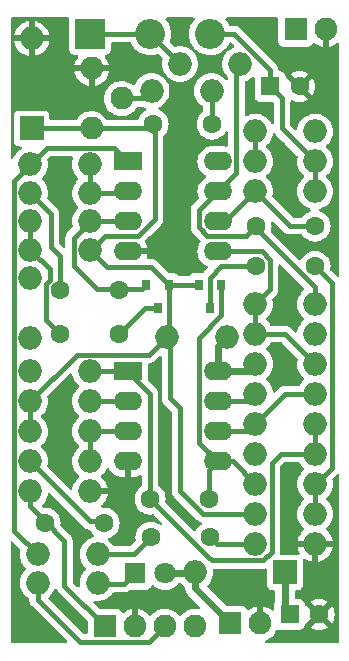
<source format=gbr>
%TF.GenerationSoftware,KiCad,Pcbnew,6.0.0+dfsg1-2*%
%TF.CreationDate,2022-01-11T21:26:01+02:00*%
%TF.ProjectId,agudo,61677564-6f2e-46b6-9963-61645f706362,rev?*%
%TF.SameCoordinates,Original*%
%TF.FileFunction,Copper,L1,Top*%
%TF.FilePolarity,Positive*%
%FSLAX46Y46*%
G04 Gerber Fmt 4.6, Leading zero omitted, Abs format (unit mm)*
G04 Created by KiCad (PCBNEW 6.0.0+dfsg1-2) date 2022-01-11 21:26:01*
%MOMM*%
%LPD*%
G01*
G04 APERTURE LIST*
%TA.AperFunction,ComponentPad*%
%ADD10O,2.000000X2.000000*%
%TD*%
%TA.AperFunction,ComponentPad*%
%ADD11O,2.540000X2.540000*%
%TD*%
%TA.AperFunction,ComponentPad*%
%ADD12R,2.540000X2.540000*%
%TD*%
%TA.AperFunction,ComponentPad*%
%ADD13O,1.930400X1.930400*%
%TD*%
%TA.AperFunction,ComponentPad*%
%ADD14R,1.930400X1.930400*%
%TD*%
%TA.AperFunction,ComponentPad*%
%ADD15O,2.400000X1.600000*%
%TD*%
%TA.AperFunction,ComponentPad*%
%ADD16R,2.400000X1.600000*%
%TD*%
%TA.AperFunction,SMDPad,CuDef*%
%ADD17R,0.800000X0.900000*%
%TD*%
%TA.AperFunction,ComponentPad*%
%ADD18C,1.800000*%
%TD*%
%TA.AperFunction,ComponentPad*%
%ADD19R,1.800000X1.800000*%
%TD*%
%TA.AperFunction,ComponentPad*%
%ADD20R,2.000000X2.000000*%
%TD*%
%TA.AperFunction,ComponentPad*%
%ADD21C,1.600000*%
%TD*%
%TA.AperFunction,ComponentPad*%
%ADD22R,1.600000X1.600000*%
%TD*%
%TA.AperFunction,ViaPad*%
%ADD23C,0.800000*%
%TD*%
%TA.AperFunction,Conductor*%
%ADD24C,0.381000*%
%TD*%
%TA.AperFunction,Conductor*%
%ADD25C,0.609600*%
%TD*%
G04 APERTURE END LIST*
D10*
%TO.P,R27,2*%
%TO.N,Net-(R27-Pad2)*%
X102870000Y-83185000D03*
%TO.P,R27,1*%
%TO.N,Net-(C10-Pad2)*%
X107950000Y-83185000D03*
%TD*%
%TO.P,R26,2*%
%TO.N,GND*%
X114300000Y-123825000D03*
%TO.P,R26,1*%
%TO.N,OUT*%
X109220000Y-123825000D03*
%TD*%
%TO.P,R25,2*%
%TO.N,Net-(C10-Pad2)*%
X114300000Y-103505000D03*
%TO.P,R25,1*%
%TO.N,Net-(R23-Pad2)*%
X109220000Y-103505000D03*
%TD*%
%TO.P,R24,2*%
%TO.N,GND*%
X114300000Y-106045000D03*
%TO.P,R24,1*%
%TO.N,Net-(R23-Pad2)*%
X109220000Y-106045000D03*
%TD*%
%TO.P,R23,2*%
%TO.N,Net-(R23-Pad2)*%
X114300000Y-108585000D03*
%TO.P,R23,1*%
%TO.N,+9V*%
X109220000Y-108585000D03*
%TD*%
%TO.P,R22,2*%
%TO.N,Net-(C10-Pad1)*%
X109220000Y-93980000D03*
%TO.P,R22,1*%
%TO.N,Net-(C8-Pad1)*%
X114300000Y-93980000D03*
%TD*%
%TO.P,R21,2*%
%TO.N,Net-(C9-Pad1)*%
X95885000Y-124714000D03*
%TO.P,R21,1*%
%TO.N,Net-(R20-Pad2)*%
X90805000Y-124714000D03*
%TD*%
%TO.P,R20,2*%
%TO.N,Net-(R20-Pad2)*%
X90170000Y-91694000D03*
%TO.P,R20,1*%
%TO.N,Net-(R16-Pad2)*%
X95250000Y-91694000D03*
%TD*%
%TO.P,R19,2*%
%TO.N,Net-(C8-Pad1)*%
X114300000Y-91440000D03*
%TO.P,R19,1*%
%TO.N,Net-(C5-Pad2)*%
X109220000Y-91440000D03*
%TD*%
%TO.P,R18,2*%
%TO.N,Net-(R18-Pad2)*%
X100457000Y-85471000D03*
%TO.P,R18,1*%
%TO.N,Net-(C5-Pad2)*%
X105537000Y-85471000D03*
%TD*%
%TO.P,R17,2*%
%TO.N,Net-(C5-Pad2)*%
X90170000Y-101346000D03*
%TO.P,R17,1*%
%TO.N,Net-(C7-Pad2)*%
X90170000Y-106426000D03*
%TD*%
%TO.P,R16,2*%
%TO.N,Net-(R16-Pad2)*%
X95250000Y-94107000D03*
%TO.P,R16,1*%
%TO.N,Net-(C6-Pad1)*%
X90170000Y-94107000D03*
%TD*%
%TO.P,R15,2*%
%TO.N,Net-(C6-Pad2)*%
X95250000Y-96520000D03*
%TO.P,R15,1*%
%TO.N,Net-(C7-Pad1)*%
X90170000Y-96520000D03*
%TD*%
%TO.P,R14,2*%
%TO.N,Net-(D3-Pad1)*%
X95885000Y-127127000D03*
%TO.P,R14,1*%
%TO.N,LED-*%
X90805000Y-127127000D03*
%TD*%
%TO.P,R13,2*%
%TO.N,Net-(C5-Pad1)*%
X95250000Y-98933000D03*
%TO.P,R13,1*%
%TO.N,Net-(C7-Pad1)*%
X90170000Y-98933000D03*
%TD*%
%TO.P,R12,2*%
%TO.N,Net-(C6-Pad1)*%
X109220000Y-111125000D03*
%TO.P,R12,1*%
%TO.N,Net-(R10-Pad2)*%
X114300000Y-111125000D03*
%TD*%
%TO.P,R11,2*%
%TO.N,Net-(C4-Pad2)*%
X114300000Y-88900000D03*
%TO.P,R11,1*%
%TO.N,Net-(C5-Pad2)*%
X109220000Y-88900000D03*
%TD*%
%TO.P,R10,2*%
%TO.N,Net-(R10-Pad2)*%
X109220000Y-113665000D03*
%TO.P,R10,1*%
%TO.N,Net-(C3-Pad1)*%
X114300000Y-113665000D03*
%TD*%
%TO.P,R9,2*%
%TO.N,Net-(C9-Pad1)*%
X109220000Y-116205000D03*
%TO.P,R9,1*%
%TO.N,Net-(C3-Pad1)*%
X114300000Y-116205000D03*
%TD*%
%TO.P,R8,2*%
%TO.N,Net-(C3-Pad2)*%
X109220000Y-118745000D03*
%TO.P,R8,1*%
%TO.N,Net-(C4-Pad1)*%
X114300000Y-118745000D03*
%TD*%
%TO.P,R7,2*%
%TO.N,Net-(C5-Pad1)*%
X109220000Y-121285000D03*
%TO.P,R7,1*%
%TO.N,Net-(C4-Pad1)*%
X114300000Y-121285000D03*
%TD*%
%TO.P,R6,2*%
%TO.N,Net-(C3-Pad1)*%
X95250000Y-109220000D03*
%TO.P,R6,1*%
%TO.N,Net-(R5-Pad1)*%
X90170000Y-109220000D03*
%TD*%
%TO.P,R5,2*%
%TO.N,Net-(C5-Pad1)*%
X90170000Y-111760000D03*
%TO.P,R5,1*%
%TO.N,Net-(R5-Pad1)*%
X95250000Y-111760000D03*
%TD*%
%TO.P,R4,2*%
%TO.N,Net-(C5-Pad1)*%
X90170000Y-114300000D03*
%TO.P,R4,1*%
%TO.N,Net-(R3-Pad2)*%
X95250000Y-114300000D03*
%TD*%
%TO.P,R3,2*%
%TO.N,Net-(R3-Pad2)*%
X95250000Y-116840000D03*
%TO.P,R3,1*%
%TO.N,Net-(C1-Pad2)*%
X90170000Y-116840000D03*
%TD*%
%TO.P,R2,2*%
%TO.N,Net-(C5-Pad1)*%
X101727000Y-106299000D03*
%TO.P,R2,1*%
%TO.N,+9V*%
X106807000Y-106299000D03*
%TD*%
%TO.P,R1,2*%
%TO.N,GND*%
X95250000Y-119380000D03*
%TO.P,R1,1*%
%TO.N,IN*%
X90170000Y-119380000D03*
%TD*%
D11*
%TO.P,RV2,3,3*%
%TO.N,Net-(C8-Pad1)*%
X105410000Y-80645000D03*
%TO.P,RV2,2,2*%
%TO.N,Net-(R27-Pad2)*%
X100330000Y-80645000D03*
D12*
%TO.P,RV2,1,1*%
X95250000Y-80645000D03*
%TD*%
D13*
%TO.P,J3,2,GND*%
%TO.N,GND*%
X115189000Y-80264000D03*
D14*
%TO.P,J3,1,PWR*%
%TO.N,VIN*%
X112649000Y-80264000D03*
%TD*%
D15*
%TO.P,U2,8,V+*%
%TO.N,+9V*%
X106045000Y-91440000D03*
%TO.P,U2,4,V-*%
%TO.N,GND*%
X98425000Y-99060000D03*
%TO.P,U2,7*%
%TO.N,Net-(C10-Pad2)*%
X106045000Y-93980000D03*
%TO.P,U2,3,+*%
%TO.N,Net-(C6-Pad2)*%
X98425000Y-96520000D03*
%TO.P,U2,6,-*%
%TO.N,Net-(C10-Pad1)*%
X106045000Y-96520000D03*
%TO.P,U2,2,-*%
%TO.N,Net-(R16-Pad2)*%
X98425000Y-93980000D03*
%TO.P,U2,5,+*%
%TO.N,Net-(R23-Pad2)*%
X106045000Y-99060000D03*
D16*
%TO.P,U2,1*%
%TO.N,Net-(R20-Pad2)*%
X98425000Y-91440000D03*
%TD*%
D15*
%TO.P,U1,8,V+*%
%TO.N,+9V*%
X106045000Y-109220000D03*
%TO.P,U1,4,V-*%
%TO.N,GND*%
X98425000Y-116840000D03*
%TO.P,U1,7*%
%TO.N,Net-(C6-Pad1)*%
X106045000Y-111760000D03*
%TO.P,U1,3,+*%
%TO.N,Net-(R3-Pad2)*%
X98425000Y-114300000D03*
%TO.P,U1,6,-*%
%TO.N,Net-(R10-Pad2)*%
X106045000Y-114300000D03*
%TO.P,U1,2,-*%
%TO.N,Net-(R5-Pad1)*%
X98425000Y-111760000D03*
%TO.P,U1,5,+*%
%TO.N,Net-(C3-Pad2)*%
X106045000Y-116840000D03*
D16*
%TO.P,U1,1*%
%TO.N,Net-(C3-Pad1)*%
X98425000Y-109220000D03*
%TD*%
D13*
%TO.P,RV1,3,3*%
%TO.N,Net-(C5-Pad1)*%
X95377000Y-88646000D03*
%TO.P,RV1,2,2*%
%TO.N,Net-(R18-Pad2)*%
X97917000Y-86106000D03*
%TO.P,RV1,1,1*%
%TO.N,GND*%
X95377000Y-83566000D03*
%TD*%
D17*
%TO.P,Q2,G,G*%
%TO.N,Net-(C7-Pad2)*%
X100965000Y-103870000D03*
%TO.P,Q2,S,S*%
%TO.N,Net-(C6-Pad2)*%
X100015000Y-101870000D03*
%TO.P,Q2,D,D*%
%TO.N,Net-(C5-Pad1)*%
X101915000Y-101870000D03*
%TD*%
%TO.P,Q1,G,G*%
%TO.N,Net-(C4-Pad2)*%
X105410000Y-103870000D03*
%TO.P,Q1,S,S*%
%TO.N,Net-(C5-Pad1)*%
X104460000Y-101870000D03*
%TO.P,Q1,D,D*%
%TO.N,Net-(C3-Pad2)*%
X106360000Y-101870000D03*
%TD*%
D13*
%TO.P,J2,2,GND*%
%TO.N,GND*%
X109664500Y-130556000D03*
D14*
%TO.P,J2,1,PWR*%
%TO.N,VIN*%
X107124500Y-130556000D03*
%TD*%
D13*
%TO.P,J1,4,OUT*%
%TO.N,OUT*%
X104127300Y-130784600D03*
%TO.P,J1,3,SW*%
%TO.N,LED-*%
X101587300Y-130784600D03*
%TO.P,J1,2,GND*%
%TO.N,GND*%
X99047300Y-130784600D03*
D14*
%TO.P,J1,1,IN*%
%TO.N,IN*%
X96507300Y-130784600D03*
%TD*%
D18*
%TO.P,D3,2,A*%
%TO.N,VIN*%
X101587300Y-126301500D03*
D19*
%TO.P,D3,1,K*%
%TO.N,Net-(D3-Pad1)*%
X99047300Y-126301500D03*
%TD*%
D20*
%TO.P,D2,1,K*%
%TO.N,Net-(C5-Pad1)*%
X90297000Y-88646000D03*
D10*
%TO.P,D2,2,A*%
%TO.N,GND*%
X90297000Y-81026000D03*
%TD*%
D20*
%TO.P,D1,1,K*%
%TO.N,+9V*%
X111760000Y-126238000D03*
D10*
%TO.P,D1,2,A*%
%TO.N,VIN*%
X104140000Y-126238000D03*
%TD*%
D21*
%TO.P,C10,2*%
%TO.N,Net-(C10-Pad2)*%
X109300000Y-96901000D03*
%TO.P,C10,1*%
%TO.N,Net-(C10-Pad1)*%
X114300000Y-96901000D03*
%TD*%
%TO.P,C9,2*%
%TO.N,OUT*%
X105393500Y-123253500D03*
%TO.P,C9,1*%
%TO.N,Net-(C9-Pad1)*%
X100393500Y-123253500D03*
%TD*%
%TO.P,C8,2*%
%TO.N,GND*%
X112990000Y-85090000D03*
D22*
%TO.P,C8,1*%
%TO.N,Net-(C8-Pad1)*%
X110490000Y-85090000D03*
%TD*%
D21*
%TO.P,C7,2*%
%TO.N,Net-(C7-Pad2)*%
X97710000Y-106045000D03*
%TO.P,C7,1*%
%TO.N,Net-(C7-Pad1)*%
X92710000Y-106045000D03*
%TD*%
%TO.P,C6,2*%
%TO.N,Net-(C6-Pad2)*%
X97710000Y-102362000D03*
%TO.P,C6,1*%
%TO.N,Net-(C6-Pad1)*%
X92710000Y-102362000D03*
%TD*%
%TO.P,C5,2*%
%TO.N,Net-(C5-Pad2)*%
X105584000Y-88265000D03*
%TO.P,C5,1*%
%TO.N,Net-(C5-Pad1)*%
X100584000Y-88265000D03*
%TD*%
%TO.P,C4,2*%
%TO.N,Net-(C4-Pad2)*%
X109300000Y-100330000D03*
%TO.P,C4,1*%
%TO.N,Net-(C4-Pad1)*%
X114300000Y-100330000D03*
%TD*%
%TO.P,C3,2*%
%TO.N,Net-(C3-Pad2)*%
X105330000Y-120015000D03*
%TO.P,C3,1*%
%TO.N,Net-(C3-Pad1)*%
X100330000Y-120015000D03*
%TD*%
%TO.P,C2,2*%
%TO.N,GND*%
X114641000Y-129794000D03*
D22*
%TO.P,C2,1*%
%TO.N,+9V*%
X112141000Y-129794000D03*
%TD*%
D21*
%TO.P,C1,2*%
%TO.N,Net-(C1-Pad2)*%
X96440000Y-122047000D03*
%TO.P,C1,1*%
%TO.N,IN*%
X91440000Y-122047000D03*
%TD*%
D23*
%TO.N,GND*%
X108839000Y-86741000D03*
X90043000Y-130429000D03*
X93345000Y-113030000D03*
X92837000Y-92837000D03*
X101600000Y-116840000D03*
X94234000Y-123063000D03*
X93472000Y-129413000D03*
X111887000Y-104775000D03*
X112522000Y-109855000D03*
X111379000Y-90170000D03*
%TD*%
D24*
%TO.N,Net-(C10-Pad2)*%
X106045000Y-93980000D02*
X107635510Y-92389490D01*
X107635510Y-92389490D02*
X107635510Y-83499490D01*
X107635510Y-83499490D02*
X107950000Y-83185000D01*
%TO.N,Net-(C8-Pad1)*%
X110490000Y-85090000D02*
X110490000Y-83667058D01*
X110490000Y-83667058D02*
X107467942Y-80645000D01*
X107467942Y-80645000D02*
X105410000Y-80645000D01*
%TO.N,Net-(R27-Pad2)*%
X102870000Y-83185000D02*
X100330000Y-80645000D01*
%TO.N,Net-(C5-Pad2)*%
X105537000Y-85471000D02*
X105537000Y-88218000D01*
X105537000Y-88218000D02*
X105584000Y-88265000D01*
%TO.N,Net-(R18-Pad2)*%
X97917000Y-86106000D02*
X99822000Y-86106000D01*
X99822000Y-86106000D02*
X100457000Y-85471000D01*
%TO.N,Net-(C5-Pad1)*%
X95377000Y-88646000D02*
X100203000Y-88646000D01*
X100203000Y-88646000D02*
X100584000Y-88265000D01*
X90297000Y-88646000D02*
X95377000Y-88646000D01*
%TO.N,Net-(R20-Pad2)*%
X90805000Y-124714000D02*
X88779499Y-122688499D01*
X88779499Y-122688499D02*
X88779499Y-93084501D01*
X88779499Y-93084501D02*
X90170000Y-91694000D01*
%TO.N,Net-(C5-Pad1)*%
X94862501Y-107816501D02*
X100209499Y-107816501D01*
X90170000Y-111760000D02*
X94113499Y-107816501D01*
X94113499Y-107816501D02*
X94862501Y-107816501D01*
X100209499Y-107816501D02*
X101727000Y-106299000D01*
%TO.N,Net-(C7-Pad1)*%
X90170000Y-98933000D02*
X91821000Y-100584000D01*
X91821000Y-100584000D02*
X91821000Y-101489058D01*
X91821000Y-101489058D02*
X91519499Y-101790559D01*
X91519499Y-101790559D02*
X91519499Y-104854499D01*
X91519499Y-104854499D02*
X92710000Y-106045000D01*
%TO.N,Net-(C6-Pad1)*%
X91948000Y-98679000D02*
X91948000Y-95885000D01*
X92710000Y-102362000D02*
X92710000Y-99441000D01*
X92710000Y-99441000D02*
X91948000Y-98679000D01*
%TO.N,Net-(C8-Pad1)*%
X110490000Y-85090000D02*
X111506000Y-86106000D01*
X114300000Y-91440000D02*
X111506000Y-88646000D01*
X111506000Y-88646000D02*
X111506000Y-86106000D01*
%TO.N,Net-(R20-Pad2)*%
X90170000Y-91694000D02*
X91560501Y-90303499D01*
X91560501Y-90303499D02*
X97288499Y-90303499D01*
X97288499Y-90303499D02*
X98425000Y-91440000D01*
%TO.N,Net-(C5-Pad1)*%
X102012750Y-111474250D02*
X102012750Y-106584750D01*
X102012750Y-106584750D02*
X101727000Y-106299000D01*
%TO.N,Net-(C7-Pad2)*%
X97710000Y-106045000D02*
X99885000Y-103870000D01*
X99885000Y-103870000D02*
X100965000Y-103870000D01*
D25*
%TO.N,+9V*%
X106045000Y-109220000D02*
X106045000Y-107061000D01*
X106045000Y-107061000D02*
X106807000Y-106299000D01*
D24*
%TO.N,Net-(C3-Pad2)*%
X104454490Y-108726875D02*
X104454490Y-106378412D01*
X104454490Y-106378412D02*
X106360000Y-104472902D01*
X106360000Y-104472902D02*
X106360000Y-101870000D01*
%TO.N,LED-*%
X100231599Y-132140301D02*
X101587300Y-130784600D01*
%TO.N,Net-(C8-Pad1)*%
X114300000Y-93980000D02*
X114300000Y-91440000D01*
%TO.N,Net-(C3-Pad1)*%
X114300000Y-116205000D02*
X114300000Y-113665000D01*
%TO.N,Net-(C4-Pad1)*%
X114300000Y-121285000D02*
X114300000Y-118745000D01*
%TO.N,Net-(R3-Pad2)*%
X95250000Y-116840000D02*
X95250000Y-114300000D01*
X95250000Y-114300000D02*
X98425000Y-114300000D01*
%TO.N,Net-(R5-Pad1)*%
X98425000Y-111760000D02*
X95250000Y-111760000D01*
%TO.N,Net-(C3-Pad1)*%
X95250000Y-109220000D02*
X98425000Y-109220000D01*
%TO.N,Net-(C5-Pad1)*%
X90170000Y-114300000D02*
X90170000Y-111760000D01*
%TO.N,Net-(C6-Pad1)*%
X91948000Y-95885000D02*
X90170000Y-94107000D01*
%TO.N,Net-(C7-Pad1)*%
X90170000Y-96520000D02*
X90170000Y-98933000D01*
%TO.N,Net-(R16-Pad2)*%
X95250000Y-91821000D02*
X95504000Y-91567000D01*
X95250000Y-94107000D02*
X95250000Y-91821000D01*
X98298000Y-94107000D02*
X98425000Y-93980000D01*
X95250000Y-94107000D02*
X98298000Y-94107000D01*
%TO.N,Net-(C5-Pad2)*%
X109220000Y-91440000D02*
X109220000Y-88900000D01*
%TO.N,Net-(C10-Pad1)*%
X112141000Y-96901000D02*
X109220000Y-93980000D01*
X114300000Y-96901000D02*
X112141000Y-96901000D01*
%TO.N,Net-(R23-Pad2)*%
X109220000Y-106045000D02*
X109220000Y-103505000D01*
X111760000Y-106045000D02*
X114300000Y-108585000D01*
X109220000Y-106045000D02*
X111760000Y-106045000D01*
%TO.N,Net-(R10-Pad2)*%
X111760000Y-111125000D02*
X109220000Y-113665000D01*
X114300000Y-111125000D02*
X111760000Y-111125000D01*
%TO.N,Net-(C9-Pad1)*%
X109220000Y-116383635D02*
X109220000Y-116205000D01*
%TO.N,Net-(C3-Pad2)*%
X105330000Y-117555000D02*
X106045000Y-116840000D01*
X105330000Y-120015000D02*
X105330000Y-117555000D01*
%TO.N,Net-(C5-Pad1)*%
X100748999Y-89064999D02*
X99949000Y-88265000D01*
%TO.N,Net-(C6-Pad2)*%
X93859499Y-97910501D02*
X95250000Y-96520000D01*
X93859499Y-100277869D02*
X93859499Y-97910501D01*
X95816630Y-102235000D02*
X93859499Y-100277869D01*
X96948000Y-102235000D02*
X95816630Y-102235000D01*
%TO.N,Net-(C5-Pad1)*%
X100748999Y-96279636D02*
X100748999Y-93128999D01*
X96472490Y-97710510D02*
X99318125Y-97710510D01*
X95250000Y-98933000D02*
X96472490Y-97710510D01*
X100748999Y-93128999D02*
X100748999Y-89064999D01*
%TO.N,Net-(C6-Pad2)*%
X95250000Y-96520000D02*
X98425000Y-96520000D01*
%TO.N,Net-(C5-Pad1)*%
X99784317Y-97244317D02*
X100748999Y-96279636D01*
X99318125Y-97710510D02*
X99784317Y-97244317D01*
%TO.N,Net-(C10-Pad2)*%
X108490490Y-97710510D02*
X109300000Y-96901000D01*
X105151875Y-97710510D02*
X108490490Y-97710510D01*
X104454490Y-97013125D02*
X105151875Y-97710510D01*
X104454490Y-95570510D02*
X104454490Y-97013125D01*
X106045000Y-93980000D02*
X104454490Y-95570510D01*
%TO.N,Net-(C10-Pad1)*%
X106680000Y-96520000D02*
X109220000Y-93980000D01*
X106045000Y-96520000D02*
X106680000Y-96520000D01*
%TO.N,Net-(C1-Pad2)*%
X95250000Y-121920000D02*
X96440000Y-121920000D01*
X90170000Y-116840000D02*
X95250000Y-121920000D01*
%TO.N,IN*%
X90170000Y-120650000D02*
X91440000Y-121920000D01*
X90170000Y-119380000D02*
X90170000Y-120650000D01*
X93071801Y-127349101D02*
X96507300Y-130784600D01*
X93071801Y-123551801D02*
X93071801Y-127349101D01*
X91440000Y-121920000D02*
X93071801Y-123551801D01*
%TO.N,Net-(R23-Pad2)*%
X109791942Y-99060000D02*
X106045000Y-99060000D01*
X110490501Y-99758559D02*
X109791942Y-99060000D01*
X110490501Y-102234499D02*
X110490501Y-99758559D01*
X109220000Y-103505000D02*
X110490501Y-102234499D01*
%TO.N,Net-(C4-Pad1)*%
X115690501Y-101720501D02*
X114300000Y-100330000D01*
X115690501Y-117354499D02*
X115690501Y-101720501D01*
X114300000Y-118745000D02*
X115690501Y-117354499D01*
%TO.N,Net-(C10-Pad2)*%
X109300000Y-97090787D02*
X109300000Y-96901000D01*
X114300000Y-102090787D02*
X109300000Y-97090787D01*
X114300000Y-103505000D02*
X114300000Y-102090787D01*
%TO.N,Net-(C3-Pad2)*%
X107315000Y-116840000D02*
X106045000Y-116840000D01*
X109220000Y-118745000D02*
X107315000Y-116840000D01*
%TO.N,Net-(R10-Pad2)*%
X108585000Y-114300000D02*
X109220000Y-113665000D01*
X106045000Y-114300000D02*
X108585000Y-114300000D01*
%TO.N,Net-(C6-Pad1)*%
X108585000Y-111760000D02*
X109220000Y-111125000D01*
X106045000Y-111760000D02*
X108585000Y-111760000D01*
%TO.N,Net-(C3-Pad2)*%
X104454490Y-115249490D02*
X104454490Y-108726875D01*
X106045000Y-116840000D02*
X104454490Y-115249490D01*
%TO.N,Net-(C5-Pad1)*%
X109220000Y-121285000D02*
X104838058Y-121285000D01*
X104838058Y-121285000D02*
X102870000Y-119316942D01*
%TO.N,Net-(R27-Pad2)*%
X100330000Y-80645000D02*
X95250000Y-80645000D01*
%TO.N,Net-(D3-Pad1)*%
X98120200Y-127228600D02*
X99047300Y-126301500D01*
X96761300Y-127228600D02*
X98120200Y-127228600D01*
D25*
%TO.N,+9V*%
X111760000Y-129540000D02*
X112395000Y-130175000D01*
X111760000Y-126619000D02*
X111760000Y-129540000D01*
%TO.N,VIN*%
X103822500Y-126301500D02*
X104140000Y-126619000D01*
X101587300Y-126301500D02*
X103822500Y-126301500D01*
X104140000Y-127571500D02*
X104140000Y-126619000D01*
X105092500Y-128524000D02*
X104140000Y-127571500D01*
X107124500Y-130556000D02*
X105092500Y-128524000D01*
D24*
%TO.N,Net-(C4-Pad2)*%
X105410000Y-101267098D02*
X105410000Y-103870000D01*
X106347098Y-100330000D02*
X105410000Y-101267098D01*
X109300000Y-100330000D02*
X106347098Y-100330000D01*
%TO.N,Net-(C5-Pad1)*%
X101915000Y-101870000D02*
X104460000Y-101870000D01*
%TO.N,Net-(C6-Pad2)*%
X99650000Y-102235000D02*
X100015000Y-101870000D01*
X96948000Y-102235000D02*
X99650000Y-102235000D01*
%TO.N,Net-(C5-Pad1)*%
X100982213Y-106299000D02*
X101915000Y-105366213D01*
X101915000Y-105366213D02*
X101915000Y-101870000D01*
X100438500Y-100393500D02*
X101915000Y-101870000D01*
X96710500Y-100393500D02*
X100438500Y-100393500D01*
X95250000Y-98933000D02*
X96710500Y-100393500D01*
X102870000Y-113792000D02*
X102870000Y-112331500D01*
X102870000Y-119316942D02*
X102870000Y-113792000D01*
D25*
%TO.N,+9V*%
X108585000Y-109220000D02*
X109220000Y-108585000D01*
X106045000Y-109220000D02*
X108585000Y-109220000D01*
D24*
%TO.N,Net-(C9-Pad1)*%
X98933000Y-124714000D02*
X100393500Y-123253500D01*
X95885000Y-124714000D02*
X98933000Y-124714000D01*
%TO.N,LED-*%
X94404088Y-132140301D02*
X95437301Y-132140301D01*
X90805000Y-128541213D02*
X94404088Y-132140301D01*
X90805000Y-127127000D02*
X90805000Y-128541213D01*
X95437301Y-132140301D02*
X100231599Y-132140301D01*
%TO.N,Net-(C3-Pad1)*%
X111379000Y-116205000D02*
X114300000Y-116205000D01*
X110617000Y-116967000D02*
X111379000Y-116205000D01*
X109887441Y-125215501D02*
X110617000Y-124485942D01*
X105156000Y-124841000D02*
X105530501Y-125215501D01*
X105530501Y-125215501D02*
X109887441Y-125215501D01*
X100330000Y-120015000D02*
X105156000Y-124841000D01*
X110617000Y-124485942D02*
X110617000Y-116967000D01*
%TO.N,OUT*%
X105965000Y-123825000D02*
X105393500Y-123253500D01*
X109220000Y-123825000D02*
X105965000Y-123825000D01*
%TO.N,Net-(C3-Pad1)*%
X100330000Y-111887000D02*
X100330000Y-111125000D01*
X98425000Y-109220000D02*
X99568000Y-110363000D01*
X100330000Y-111125000D02*
X99568000Y-110363000D01*
X100330000Y-112014000D02*
X100330000Y-120015000D01*
X100330000Y-112014000D02*
X100330000Y-111887000D01*
%TO.N,Net-(C5-Pad1)*%
X102870000Y-112331500D02*
X102012750Y-111474250D01*
%TD*%
%TA.AperFunction,Conductor*%
%TO.N,GND*%
G36*
X112956694Y-116924002D02*
G01*
X112996005Y-116964165D01*
X113075824Y-117094416D01*
X113230031Y-117274969D01*
X113233787Y-117278177D01*
X113233792Y-117278182D01*
X113352056Y-117379189D01*
X113390866Y-117438639D01*
X113391372Y-117509634D01*
X113352056Y-117570811D01*
X113233792Y-117671818D01*
X113233787Y-117671823D01*
X113230031Y-117675031D01*
X113075824Y-117855584D01*
X113073245Y-117859792D01*
X113073241Y-117859798D01*
X112954346Y-118053817D01*
X112951760Y-118058037D01*
X112949867Y-118062607D01*
X112949865Y-118062611D01*
X112890414Y-118206140D01*
X112860895Y-118277406D01*
X112847180Y-118334535D01*
X112810548Y-118487117D01*
X112805465Y-118508289D01*
X112786835Y-118745000D01*
X112805465Y-118981711D01*
X112806619Y-118986518D01*
X112806620Y-118986524D01*
X112836881Y-119112569D01*
X112860895Y-119212594D01*
X112862788Y-119217165D01*
X112862789Y-119217167D01*
X112921228Y-119358251D01*
X112951760Y-119431963D01*
X112954346Y-119436183D01*
X113073241Y-119630202D01*
X113073245Y-119630208D01*
X113075824Y-119634416D01*
X113230031Y-119814969D01*
X113233787Y-119818177D01*
X113233792Y-119818182D01*
X113352056Y-119919189D01*
X113390866Y-119978639D01*
X113391372Y-120049634D01*
X113352056Y-120110811D01*
X113233792Y-120211818D01*
X113233787Y-120211823D01*
X113230031Y-120215031D01*
X113075824Y-120395584D01*
X113073245Y-120399792D01*
X113073241Y-120399798D01*
X112963042Y-120579626D01*
X112951760Y-120598037D01*
X112949867Y-120602607D01*
X112949865Y-120602611D01*
X112862789Y-120812833D01*
X112860895Y-120817406D01*
X112859740Y-120822218D01*
X112808021Y-121037643D01*
X112805465Y-121048289D01*
X112786835Y-121285000D01*
X112805465Y-121521711D01*
X112860895Y-121752594D01*
X112862788Y-121757165D01*
X112862789Y-121757167D01*
X112947377Y-121961381D01*
X112951760Y-121971963D01*
X112954346Y-121976183D01*
X113073241Y-122170202D01*
X113073245Y-122170208D01*
X113075824Y-122174416D01*
X113230031Y-122354969D01*
X113233787Y-122358177D01*
X113352442Y-122459518D01*
X113391251Y-122518968D01*
X113391757Y-122589963D01*
X113352442Y-122651140D01*
X113234142Y-122752178D01*
X113227178Y-122759142D01*
X113079443Y-122932117D01*
X113073643Y-122940101D01*
X112954795Y-123134042D01*
X112950313Y-123142837D01*
X112863264Y-123352992D01*
X112860218Y-123362366D01*
X112814358Y-123553385D01*
X112815063Y-123567469D01*
X112823944Y-123571000D01*
X115771756Y-123571000D01*
X115785287Y-123567027D01*
X115786647Y-123557569D01*
X115739782Y-123362366D01*
X115736736Y-123352992D01*
X115649687Y-123142837D01*
X115645205Y-123134042D01*
X115526357Y-122940101D01*
X115520557Y-122932117D01*
X115372822Y-122759142D01*
X115365858Y-122752178D01*
X115247558Y-122651140D01*
X115208749Y-122591689D01*
X115208243Y-122520695D01*
X115247558Y-122459518D01*
X115366213Y-122358177D01*
X115369969Y-122354969D01*
X115524176Y-122174416D01*
X115526755Y-122170208D01*
X115526759Y-122170202D01*
X115645654Y-121976183D01*
X115648240Y-121971963D01*
X115652624Y-121961381D01*
X115737211Y-121757167D01*
X115737212Y-121757165D01*
X115739105Y-121752594D01*
X115794535Y-121521711D01*
X115813165Y-121285000D01*
X115794535Y-121048289D01*
X115791980Y-121037643D01*
X115740260Y-120822218D01*
X115739105Y-120817406D01*
X115737211Y-120812833D01*
X115650135Y-120602611D01*
X115650133Y-120602607D01*
X115648240Y-120598037D01*
X115636958Y-120579626D01*
X115526759Y-120399798D01*
X115526755Y-120399792D01*
X115524176Y-120395584D01*
X115369969Y-120215031D01*
X115366213Y-120211823D01*
X115366208Y-120211818D01*
X115247944Y-120110811D01*
X115209134Y-120051361D01*
X115208628Y-119980366D01*
X115247944Y-119919189D01*
X115366208Y-119818182D01*
X115366213Y-119818177D01*
X115369969Y-119814969D01*
X115524176Y-119634416D01*
X115526755Y-119630208D01*
X115526759Y-119630202D01*
X115645654Y-119436183D01*
X115648240Y-119431963D01*
X115678773Y-119358251D01*
X115737211Y-119217167D01*
X115737212Y-119217165D01*
X115739105Y-119212594D01*
X115763119Y-119112569D01*
X115793380Y-118986524D01*
X115793381Y-118986518D01*
X115794535Y-118981711D01*
X115813165Y-118745000D01*
X115794535Y-118508289D01*
X115758873Y-118359746D01*
X115762420Y-118288839D01*
X115792297Y-118241238D01*
X116116905Y-117916630D01*
X116179217Y-117882604D01*
X116250032Y-117887669D01*
X116306868Y-117930216D01*
X116331679Y-117996736D01*
X116332000Y-118005725D01*
X116332000Y-132081000D01*
X116311998Y-132149121D01*
X116258342Y-132195614D01*
X116206000Y-132207000D01*
X110146819Y-132207000D01*
X110078698Y-132186998D01*
X110032205Y-132133342D01*
X110022101Y-132063068D01*
X110051595Y-131998488D01*
X110110611Y-131960314D01*
X110198926Y-131933818D01*
X110208524Y-131930056D01*
X110416789Y-131828029D01*
X110425634Y-131822756D01*
X110614435Y-131688086D01*
X110622310Y-131681430D01*
X110786583Y-131517730D01*
X110793261Y-131509883D01*
X110928589Y-131321556D01*
X110933898Y-131312719D01*
X111020275Y-131137948D01*
X111068388Y-131085741D01*
X111137090Y-131067834D01*
X111177461Y-131075793D01*
X111223282Y-131092971D01*
X111223288Y-131092973D01*
X111230684Y-131095745D01*
X111292866Y-131102500D01*
X112989134Y-131102500D01*
X113051316Y-131095745D01*
X113187705Y-131044615D01*
X113304261Y-130957261D01*
X113362119Y-130880062D01*
X113919493Y-130880062D01*
X113928789Y-130892077D01*
X113979994Y-130927931D01*
X113989489Y-130933414D01*
X114186947Y-131025490D01*
X114197239Y-131029236D01*
X114407688Y-131085625D01*
X114418481Y-131087528D01*
X114635525Y-131106517D01*
X114646475Y-131106517D01*
X114863519Y-131087528D01*
X114874312Y-131085625D01*
X115084761Y-131029236D01*
X115095053Y-131025490D01*
X115292511Y-130933414D01*
X115302006Y-130927931D01*
X115354048Y-130891491D01*
X115362424Y-130881012D01*
X115355356Y-130867566D01*
X114653812Y-130166022D01*
X114639868Y-130158408D01*
X114638035Y-130158539D01*
X114631420Y-130162790D01*
X113925923Y-130868287D01*
X113919493Y-130880062D01*
X113362119Y-130880062D01*
X113391615Y-130840705D01*
X113442745Y-130704316D01*
X113449500Y-130642134D01*
X113449500Y-130638815D01*
X113473153Y-130571890D01*
X113519156Y-130536196D01*
X113518141Y-130534266D01*
X113529000Y-130528558D01*
X113529245Y-130528368D01*
X113529403Y-130528347D01*
X113567434Y-130508356D01*
X114268978Y-129806812D01*
X114275356Y-129795132D01*
X115005408Y-129795132D01*
X115005539Y-129796965D01*
X115009790Y-129803580D01*
X115715287Y-130509077D01*
X115727062Y-130515507D01*
X115739077Y-130506211D01*
X115774931Y-130455006D01*
X115780414Y-130445511D01*
X115872490Y-130248053D01*
X115876236Y-130237761D01*
X115932625Y-130027312D01*
X115934528Y-130016519D01*
X115953517Y-129799475D01*
X115953517Y-129788525D01*
X115934528Y-129571481D01*
X115932625Y-129560688D01*
X115876236Y-129350239D01*
X115872490Y-129339947D01*
X115780414Y-129142489D01*
X115774931Y-129132994D01*
X115738491Y-129080952D01*
X115728012Y-129072576D01*
X115714566Y-129079644D01*
X115013022Y-129781188D01*
X115005408Y-129795132D01*
X114275356Y-129795132D01*
X114276592Y-129792868D01*
X114276461Y-129791035D01*
X114272210Y-129784420D01*
X113566713Y-129078923D01*
X113524971Y-129056129D01*
X113514971Y-129053953D01*
X113464773Y-129003747D01*
X113449549Y-128950186D01*
X113449500Y-128949281D01*
X113449500Y-128945866D01*
X113442745Y-128883684D01*
X113391615Y-128747295D01*
X113361407Y-128706988D01*
X113919576Y-128706988D01*
X113926644Y-128720434D01*
X114628188Y-129421978D01*
X114642132Y-129429592D01*
X114643965Y-129429461D01*
X114650580Y-129425210D01*
X115356077Y-128719713D01*
X115362507Y-128707938D01*
X115353211Y-128695923D01*
X115302006Y-128660069D01*
X115292511Y-128654586D01*
X115095053Y-128562510D01*
X115084761Y-128558764D01*
X114874312Y-128502375D01*
X114863519Y-128500472D01*
X114646475Y-128481483D01*
X114635525Y-128481483D01*
X114418481Y-128500472D01*
X114407688Y-128502375D01*
X114197239Y-128558764D01*
X114186947Y-128562510D01*
X113989489Y-128654586D01*
X113979994Y-128660069D01*
X113927952Y-128696509D01*
X113919576Y-128706988D01*
X113361407Y-128706988D01*
X113304261Y-128630739D01*
X113187705Y-128543385D01*
X113051316Y-128492255D01*
X112989134Y-128485500D01*
X112699300Y-128485500D01*
X112631179Y-128465498D01*
X112584686Y-128411842D01*
X112573300Y-128359500D01*
X112573300Y-127872500D01*
X112593302Y-127804379D01*
X112646958Y-127757886D01*
X112699300Y-127746500D01*
X112808134Y-127746500D01*
X112811964Y-127746084D01*
X112814440Y-127745815D01*
X112870316Y-127739745D01*
X113006705Y-127688615D01*
X113123261Y-127601261D01*
X113210615Y-127484705D01*
X113261745Y-127348316D01*
X113268500Y-127286134D01*
X113268500Y-125189866D01*
X113269284Y-125189866D01*
X113284786Y-125124104D01*
X113335849Y-125074778D01*
X113405474Y-125060889D01*
X113460147Y-125078961D01*
X113609052Y-125170210D01*
X113617837Y-125174687D01*
X113827992Y-125261736D01*
X113837366Y-125264782D01*
X114028385Y-125310642D01*
X114042469Y-125309937D01*
X114046000Y-125301056D01*
X114046000Y-125296756D01*
X114554000Y-125296756D01*
X114557973Y-125310287D01*
X114567431Y-125311647D01*
X114762634Y-125264782D01*
X114772008Y-125261736D01*
X114982163Y-125174687D01*
X114990958Y-125170205D01*
X115184899Y-125051357D01*
X115192883Y-125045557D01*
X115365858Y-124897822D01*
X115372822Y-124890858D01*
X115520557Y-124717883D01*
X115526357Y-124709899D01*
X115645205Y-124515958D01*
X115649687Y-124507163D01*
X115736736Y-124297008D01*
X115739782Y-124287634D01*
X115785642Y-124096615D01*
X115784937Y-124082531D01*
X115776056Y-124079000D01*
X114572115Y-124079000D01*
X114556876Y-124083475D01*
X114555671Y-124084865D01*
X114554000Y-124092548D01*
X114554000Y-125296756D01*
X114046000Y-125296756D01*
X114046000Y-124097115D01*
X114041525Y-124081876D01*
X114040135Y-124080671D01*
X114032452Y-124079000D01*
X112828244Y-124079000D01*
X112814713Y-124082973D01*
X112813353Y-124092431D01*
X112860218Y-124287634D01*
X112863264Y-124297008D01*
X112950313Y-124507163D01*
X112954791Y-124515951D01*
X112971357Y-124542983D01*
X112989896Y-124611516D01*
X112968441Y-124679193D01*
X112913802Y-124724527D01*
X112850319Y-124734082D01*
X112811536Y-124729869D01*
X112811526Y-124729868D01*
X112808134Y-124729500D01*
X111434296Y-124729500D01*
X111366175Y-124709498D01*
X111319682Y-124655842D01*
X111310406Y-124580538D01*
X111318360Y-124537622D01*
X111319744Y-124530155D01*
X111318926Y-124515958D01*
X111316209Y-124468848D01*
X111316000Y-124461595D01*
X111316000Y-117308726D01*
X111336002Y-117240605D01*
X111352905Y-117219630D01*
X111631632Y-116940904D01*
X111693944Y-116906879D01*
X111720727Y-116904000D01*
X112888573Y-116904000D01*
X112956694Y-116924002D01*
G37*
%TD.AperFunction*%
%TA.AperFunction,Conductor*%
G36*
X88727512Y-123625501D02*
G01*
X88734095Y-123631630D01*
X89312703Y-124210238D01*
X89346729Y-124272550D01*
X89346127Y-124328747D01*
X89313362Y-124465223D01*
X89310465Y-124477289D01*
X89291835Y-124714000D01*
X89310465Y-124950711D01*
X89311619Y-124955518D01*
X89311620Y-124955524D01*
X89333202Y-125045419D01*
X89365895Y-125181594D01*
X89367788Y-125186165D01*
X89367789Y-125186167D01*
X89437045Y-125353366D01*
X89456760Y-125400963D01*
X89459346Y-125405183D01*
X89578241Y-125599202D01*
X89578245Y-125599208D01*
X89580824Y-125603416D01*
X89735031Y-125783969D01*
X89738787Y-125787177D01*
X89738792Y-125787182D01*
X89782707Y-125824689D01*
X89821517Y-125884139D01*
X89822023Y-125955134D01*
X89782707Y-126016311D01*
X89738792Y-126053818D01*
X89738787Y-126053823D01*
X89735031Y-126057031D01*
X89580824Y-126237584D01*
X89578245Y-126241792D01*
X89578241Y-126241798D01*
X89510976Y-126351565D01*
X89456760Y-126440037D01*
X89454867Y-126444607D01*
X89454865Y-126444611D01*
X89440404Y-126479524D01*
X89365895Y-126659406D01*
X89310465Y-126890289D01*
X89291835Y-127127000D01*
X89310465Y-127363711D01*
X89311619Y-127368518D01*
X89311620Y-127368524D01*
X89336425Y-127471843D01*
X89365895Y-127594594D01*
X89367788Y-127599165D01*
X89367789Y-127599167D01*
X89454496Y-127808496D01*
X89456760Y-127813963D01*
X89459346Y-127818183D01*
X89578241Y-128012202D01*
X89578245Y-128012208D01*
X89580824Y-128016416D01*
X89735031Y-128196969D01*
X89915584Y-128351176D01*
X90044149Y-128429961D01*
X90091777Y-128482606D01*
X90104019Y-128545961D01*
X90101830Y-128578065D01*
X90103135Y-128585541D01*
X90103135Y-128585545D01*
X90112663Y-128640137D01*
X90113626Y-128646662D01*
X90119588Y-128695923D01*
X90121191Y-128709173D01*
X90123875Y-128716275D01*
X90124719Y-128719713D01*
X90128583Y-128733836D01*
X90129613Y-128737247D01*
X90130919Y-128744730D01*
X90133972Y-128751685D01*
X90156239Y-128802411D01*
X90158730Y-128808517D01*
X90180994Y-128867435D01*
X90185293Y-128873690D01*
X90186935Y-128876831D01*
X90194033Y-128889585D01*
X90195870Y-128892691D01*
X90198923Y-128899646D01*
X90203548Y-128905673D01*
X90203550Y-128905677D01*
X90237265Y-128949615D01*
X90241129Y-128954933D01*
X90276821Y-129006865D01*
X90282491Y-129011917D01*
X90282492Y-129011918D01*
X90322688Y-129047731D01*
X90327964Y-129052712D01*
X93267157Y-131991905D01*
X93301183Y-132054217D01*
X93296118Y-132125032D01*
X93253571Y-132181868D01*
X93187051Y-132206679D01*
X93178062Y-132207000D01*
X88645000Y-132207000D01*
X88576879Y-132186998D01*
X88530386Y-132133342D01*
X88519000Y-132081000D01*
X88519000Y-123720725D01*
X88539002Y-123652604D01*
X88592658Y-123606111D01*
X88662932Y-123596007D01*
X88727512Y-123625501D01*
G37*
%TD.AperFunction*%
%TA.AperFunction,Conductor*%
G36*
X92393589Y-127609820D02*
G01*
X92441967Y-127661782D01*
X92443110Y-127664392D01*
X92445110Y-127668219D01*
X92447795Y-127675323D01*
X92452094Y-127681578D01*
X92453736Y-127684719D01*
X92460834Y-127697473D01*
X92462671Y-127700579D01*
X92465724Y-127707534D01*
X92470349Y-127713561D01*
X92470351Y-127713565D01*
X92504066Y-127757503D01*
X92507930Y-127762821D01*
X92543622Y-127814753D01*
X92549292Y-127819805D01*
X92549293Y-127819806D01*
X92589489Y-127855619D01*
X92594765Y-127860600D01*
X94996695Y-130262530D01*
X95030721Y-130324842D01*
X95033600Y-130351625D01*
X95033600Y-131315301D01*
X95013598Y-131383422D01*
X94959942Y-131429915D01*
X94907600Y-131441301D01*
X94745813Y-131441301D01*
X94677692Y-131421299D01*
X94656718Y-131404396D01*
X91741762Y-128489440D01*
X91707736Y-128427128D01*
X91712801Y-128356313D01*
X91749027Y-128304534D01*
X91871208Y-128200182D01*
X91871213Y-128200177D01*
X91874969Y-128196969D01*
X92029176Y-128016416D01*
X92031755Y-128012208D01*
X92031759Y-128012202D01*
X92150654Y-127818183D01*
X92153240Y-127813963D01*
X92155505Y-127808496D01*
X92212886Y-127669964D01*
X92257434Y-127614683D01*
X92324798Y-127592262D01*
X92393589Y-127609820D01*
G37*
%TD.AperFunction*%
%TA.AperFunction,Conductor*%
G36*
X102915083Y-127134802D02*
G01*
X102942773Y-127158970D01*
X103066818Y-127304208D01*
X103066823Y-127304213D01*
X103070031Y-127307969D01*
X103250584Y-127462176D01*
X103254800Y-127464760D01*
X103254802Y-127464761D01*
X103266358Y-127471843D01*
X103313989Y-127524491D01*
X103326515Y-127580595D01*
X103325744Y-127654209D01*
X103332019Y-127683229D01*
X103334967Y-127696865D01*
X103337028Y-127709449D01*
X103340522Y-127740598D01*
X103341893Y-127752825D01*
X103345381Y-127762841D01*
X103353002Y-127784726D01*
X103357164Y-127799536D01*
X103364302Y-127832551D01*
X103367280Y-127838938D01*
X103367281Y-127838940D01*
X103382752Y-127872119D01*
X103387547Y-127883927D01*
X103401899Y-127925139D01*
X103406043Y-127931770D01*
X103419797Y-127953782D01*
X103427133Y-127967292D01*
X103441415Y-127997919D01*
X103452496Y-128012204D01*
X103468169Y-128032410D01*
X103475462Y-128042864D01*
X103498589Y-128079876D01*
X103503554Y-128084875D01*
X103503555Y-128084877D01*
X103527356Y-128108844D01*
X103527953Y-128109482D01*
X103528473Y-128110153D01*
X103554731Y-128136411D01*
X103618059Y-128200182D01*
X103627159Y-128209346D01*
X103628200Y-128210006D01*
X103629435Y-128211115D01*
X104547919Y-129129599D01*
X104581945Y-129191911D01*
X104576880Y-129262726D01*
X104534333Y-129319562D01*
X104467813Y-129344373D01*
X104436731Y-129342741D01*
X104266463Y-129312412D01*
X104172925Y-129311269D01*
X104029318Y-129309514D01*
X104029316Y-129309514D01*
X104024148Y-129309451D01*
X103784603Y-129346107D01*
X103554261Y-129421394D01*
X103339309Y-129533291D01*
X103335176Y-129536394D01*
X103335173Y-129536396D01*
X103185052Y-129649110D01*
X103145518Y-129678793D01*
X102978095Y-129853992D01*
X102962534Y-129876804D01*
X102907624Y-129921805D01*
X102837099Y-129929976D01*
X102773352Y-129898722D01*
X102760287Y-129884493D01*
X102758899Y-129882347D01*
X102753855Y-129876803D01*
X102599281Y-129706929D01*
X102595806Y-129703110D01*
X102405628Y-129552917D01*
X102247748Y-129465762D01*
X102198005Y-129438302D01*
X102198002Y-129438301D01*
X102193474Y-129435801D01*
X102057962Y-129387814D01*
X101969913Y-129356634D01*
X101969910Y-129356633D01*
X101965041Y-129354909D01*
X101959952Y-129354002D01*
X101959950Y-129354002D01*
X101857898Y-129335824D01*
X101726463Y-129312412D01*
X101632925Y-129311269D01*
X101489318Y-129309514D01*
X101489316Y-129309514D01*
X101484148Y-129309451D01*
X101244603Y-129346107D01*
X101014261Y-129421394D01*
X100799309Y-129533291D01*
X100795176Y-129536394D01*
X100795173Y-129536396D01*
X100645052Y-129649110D01*
X100605518Y-129678793D01*
X100601946Y-129682531D01*
X100486270Y-129803580D01*
X100438095Y-129853992D01*
X100435184Y-129858260D01*
X100435178Y-129858267D01*
X100422235Y-129877240D01*
X100367323Y-129922242D01*
X100296798Y-129930412D01*
X100233051Y-129899156D01*
X100218321Y-129883115D01*
X100215018Y-129878827D01*
X100058941Y-129707300D01*
X100051408Y-129700274D01*
X99869404Y-129556536D01*
X99860832Y-129550840D01*
X99657792Y-129438756D01*
X99648395Y-129434533D01*
X99429780Y-129357118D01*
X99419830Y-129354489D01*
X99319136Y-129336553D01*
X99305840Y-129338012D01*
X99301300Y-129352568D01*
X99301300Y-130912600D01*
X99281298Y-130980721D01*
X99227642Y-131027214D01*
X99175300Y-131038600D01*
X98919300Y-131038600D01*
X98851179Y-131018598D01*
X98804686Y-130964942D01*
X98793300Y-130912600D01*
X98793300Y-129351155D01*
X98789382Y-129337811D01*
X98775106Y-129335824D01*
X98709832Y-129345813D01*
X98699804Y-129348202D01*
X98479373Y-129420250D01*
X98469864Y-129424247D01*
X98264165Y-129531327D01*
X98255440Y-129536821D01*
X98120181Y-129638377D01*
X98053696Y-129663283D01*
X97984301Y-129648291D01*
X97934027Y-129598160D01*
X97926546Y-129581847D01*
X97926267Y-129581103D01*
X97923115Y-129572695D01*
X97835761Y-129456139D01*
X97719205Y-129368785D01*
X97582816Y-129317655D01*
X97520634Y-129310900D01*
X96074327Y-129310900D01*
X96006206Y-129290898D01*
X95985232Y-129273996D01*
X95767365Y-129056129D01*
X95547133Y-128835898D01*
X95513109Y-128773586D01*
X95518173Y-128702771D01*
X95560720Y-128645935D01*
X95627240Y-128621124D01*
X95648251Y-128622023D01*
X95648289Y-128621535D01*
X95856463Y-128637919D01*
X95885000Y-128640165D01*
X96121711Y-128621535D01*
X96126518Y-128620381D01*
X96126524Y-128620380D01*
X96272391Y-128585360D01*
X96352594Y-128566105D01*
X96357167Y-128564211D01*
X96567389Y-128477135D01*
X96567393Y-128477133D01*
X96571963Y-128475240D01*
X96576183Y-128472654D01*
X96770202Y-128353759D01*
X96770208Y-128353755D01*
X96774416Y-128351176D01*
X96954969Y-128196969D01*
X97006691Y-128136411D01*
X97105963Y-128020178D01*
X97109176Y-128016416D01*
X97126736Y-127987762D01*
X97179383Y-127940133D01*
X97234166Y-127927600D01*
X98091601Y-127927600D01*
X98100171Y-127927892D01*
X98149477Y-127931254D01*
X98149481Y-127931254D01*
X98157052Y-127931770D01*
X98164528Y-127930465D01*
X98164532Y-127930465D01*
X98219124Y-127920937D01*
X98225649Y-127919974D01*
X98280618Y-127913322D01*
X98280620Y-127913321D01*
X98288160Y-127912409D01*
X98295262Y-127909725D01*
X98298700Y-127908881D01*
X98312823Y-127905017D01*
X98316234Y-127903987D01*
X98323717Y-127902681D01*
X98381397Y-127877361D01*
X98387504Y-127874870D01*
X98439317Y-127855291D01*
X98439318Y-127855290D01*
X98446422Y-127852606D01*
X98452677Y-127848307D01*
X98455818Y-127846665D01*
X98468572Y-127839567D01*
X98471678Y-127837730D01*
X98478633Y-127834677D01*
X98484660Y-127830052D01*
X98484664Y-127830050D01*
X98528602Y-127796335D01*
X98533920Y-127792471D01*
X98585852Y-127756779D01*
X98590903Y-127751110D01*
X98596604Y-127746084D01*
X98597712Y-127747341D01*
X98650206Y-127714624D01*
X98684026Y-127710000D01*
X99995434Y-127710000D01*
X100057616Y-127703245D01*
X100194005Y-127652115D01*
X100310561Y-127564761D01*
X100397915Y-127448205D01*
X100422480Y-127382678D01*
X100465122Y-127325914D01*
X100531683Y-127301214D01*
X100601032Y-127316421D01*
X100620947Y-127329964D01*
X100686024Y-127383992D01*
X100776649Y-127459230D01*
X100976622Y-127576084D01*
X100981447Y-127577926D01*
X100981448Y-127577927D01*
X101037070Y-127599167D01*
X101192994Y-127658709D01*
X101198060Y-127659740D01*
X101198061Y-127659740D01*
X101204726Y-127661096D01*
X101419956Y-127704885D01*
X101549389Y-127709631D01*
X101646249Y-127713183D01*
X101646253Y-127713183D01*
X101651413Y-127713372D01*
X101656533Y-127712716D01*
X101656535Y-127712716D01*
X101731519Y-127703110D01*
X101881147Y-127683942D01*
X101886095Y-127682457D01*
X101886102Y-127682456D01*
X102098047Y-127618869D01*
X102102990Y-127617386D01*
X102108508Y-127614683D01*
X102306349Y-127517762D01*
X102306352Y-127517760D01*
X102310984Y-127515491D01*
X102499543Y-127380994D01*
X102663603Y-127217505D01*
X102666868Y-127212962D01*
X102699699Y-127167273D01*
X102755694Y-127123626D01*
X102802021Y-127114800D01*
X102846962Y-127114800D01*
X102915083Y-127134802D01*
G37*
%TD.AperFunction*%
%TA.AperFunction,Conductor*%
G36*
X110220092Y-125926580D02*
G01*
X110250077Y-125990934D01*
X110251500Y-126009817D01*
X110251500Y-127286134D01*
X110258255Y-127348316D01*
X110309385Y-127484705D01*
X110396739Y-127601261D01*
X110513295Y-127688615D01*
X110649684Y-127739745D01*
X110705560Y-127745815D01*
X110708037Y-127746084D01*
X110711866Y-127746500D01*
X110820700Y-127746500D01*
X110888821Y-127766502D01*
X110935314Y-127820158D01*
X110946700Y-127872500D01*
X110946700Y-128630179D01*
X110926698Y-128698300D01*
X110921530Y-128705739D01*
X110890385Y-128747295D01*
X110839255Y-128883684D01*
X110832500Y-128945866D01*
X110832500Y-129341044D01*
X110812498Y-129409165D01*
X110758842Y-129455658D01*
X110688568Y-129465762D01*
X110628408Y-129439926D01*
X110486605Y-129327936D01*
X110478032Y-129322240D01*
X110274992Y-129210156D01*
X110265595Y-129205933D01*
X110046980Y-129128518D01*
X110037030Y-129125889D01*
X109936336Y-129107953D01*
X109923040Y-129109412D01*
X109918500Y-129123968D01*
X109918500Y-130684000D01*
X109898498Y-130752121D01*
X109844842Y-130798614D01*
X109792500Y-130810000D01*
X109536500Y-130810000D01*
X109468379Y-130789998D01*
X109421886Y-130736342D01*
X109410500Y-130684000D01*
X109410500Y-129122555D01*
X109406582Y-129109211D01*
X109392306Y-129107224D01*
X109327032Y-129117213D01*
X109317004Y-129119602D01*
X109096573Y-129191650D01*
X109087064Y-129195647D01*
X108881365Y-129302727D01*
X108872640Y-129308221D01*
X108737381Y-129409777D01*
X108670896Y-129434683D01*
X108601501Y-129419691D01*
X108551227Y-129369560D01*
X108543746Y-129353247D01*
X108543467Y-129352503D01*
X108540315Y-129344095D01*
X108452961Y-129227539D01*
X108336405Y-129140185D01*
X108200016Y-129089055D01*
X108137834Y-129082300D01*
X106853170Y-129082300D01*
X106785049Y-129062298D01*
X106764075Y-129045395D01*
X105207130Y-127488450D01*
X105173104Y-127426138D01*
X105178169Y-127355323D01*
X105206939Y-127310556D01*
X105209969Y-127307969D01*
X105364176Y-127127416D01*
X105366755Y-127123208D01*
X105366759Y-127123202D01*
X105485654Y-126929183D01*
X105488240Y-126924963D01*
X105502603Y-126890289D01*
X105577211Y-126710167D01*
X105577212Y-126710165D01*
X105579105Y-126705594D01*
X105598360Y-126625391D01*
X105633380Y-126479524D01*
X105633381Y-126479518D01*
X105634535Y-126474711D01*
X105653165Y-126238000D01*
X105638399Y-126050386D01*
X105652995Y-125980907D01*
X105702837Y-125930348D01*
X105764011Y-125914501D01*
X109858842Y-125914501D01*
X109867412Y-125914793D01*
X109916718Y-125918155D01*
X109916722Y-125918155D01*
X109924293Y-125918671D01*
X109931769Y-125917366D01*
X109931773Y-125917366D01*
X109986365Y-125907838D01*
X109992890Y-125906875D01*
X110047859Y-125900223D01*
X110047861Y-125900222D01*
X110055401Y-125899310D01*
X110062503Y-125896626D01*
X110065941Y-125895782D01*
X110080051Y-125891921D01*
X110083468Y-125890889D01*
X110090958Y-125889582D01*
X110091888Y-125889174D01*
X110160075Y-125888654D01*
X110220092Y-125926580D01*
G37*
%TD.AperFunction*%
%TA.AperFunction,Conductor*%
G36*
X91827328Y-119506456D02*
G01*
X91879204Y-119537739D01*
X94735503Y-122394038D01*
X94741356Y-122400303D01*
X94778842Y-122443274D01*
X94785056Y-122447641D01*
X94830378Y-122479494D01*
X94835674Y-122483427D01*
X94879263Y-122517606D01*
X94879266Y-122517608D01*
X94885240Y-122522292D01*
X94892164Y-122525418D01*
X94895199Y-122527256D01*
X94907898Y-122534500D01*
X94911046Y-122536188D01*
X94917261Y-122540556D01*
X94975950Y-122563438D01*
X94981995Y-122565978D01*
X95039435Y-122591913D01*
X95046908Y-122593298D01*
X95050326Y-122594369D01*
X95064315Y-122598354D01*
X95067807Y-122599251D01*
X95074889Y-122602012D01*
X95082422Y-122603004D01*
X95082423Y-122603004D01*
X95137330Y-122610233D01*
X95143843Y-122611265D01*
X95205786Y-122622745D01*
X95205191Y-122625956D01*
X95258039Y-122645111D01*
X95297663Y-122693427D01*
X95300147Y-122698754D01*
X95300151Y-122698761D01*
X95302477Y-122703749D01*
X95433802Y-122891300D01*
X95580868Y-123038366D01*
X95614894Y-123100678D01*
X95609829Y-123171493D01*
X95567282Y-123228329D01*
X95521187Y-123249979D01*
X95417406Y-123274895D01*
X95412835Y-123276788D01*
X95412833Y-123276789D01*
X95202611Y-123363865D01*
X95202607Y-123363867D01*
X95198037Y-123365760D01*
X95193817Y-123368346D01*
X94999798Y-123487241D01*
X94999792Y-123487245D01*
X94995584Y-123489824D01*
X94815031Y-123644031D01*
X94660824Y-123824584D01*
X94658245Y-123828792D01*
X94658241Y-123828798D01*
X94566752Y-123978095D01*
X94536760Y-124027037D01*
X94534867Y-124031607D01*
X94534865Y-124031611D01*
X94507940Y-124096615D01*
X94445895Y-124246406D01*
X94435997Y-124287634D01*
X94392492Y-124468848D01*
X94390465Y-124477289D01*
X94371835Y-124714000D01*
X94390465Y-124950711D01*
X94391619Y-124955518D01*
X94391620Y-124955524D01*
X94413202Y-125045419D01*
X94445895Y-125181594D01*
X94447788Y-125186165D01*
X94447789Y-125186167D01*
X94517045Y-125353366D01*
X94536760Y-125400963D01*
X94539346Y-125405183D01*
X94658241Y-125599202D01*
X94658245Y-125599208D01*
X94660824Y-125603416D01*
X94815031Y-125783969D01*
X94818787Y-125787177D01*
X94818792Y-125787182D01*
X94862707Y-125824689D01*
X94901517Y-125884139D01*
X94902023Y-125955134D01*
X94862707Y-126016311D01*
X94818792Y-126053818D01*
X94818787Y-126053823D01*
X94815031Y-126057031D01*
X94660824Y-126237584D01*
X94658245Y-126241792D01*
X94658241Y-126241798D01*
X94590976Y-126351565D01*
X94536760Y-126440037D01*
X94534867Y-126444607D01*
X94534865Y-126444611D01*
X94520404Y-126479524D01*
X94445895Y-126659406D01*
X94390465Y-126890289D01*
X94371835Y-127127000D01*
X94372223Y-127131930D01*
X94390465Y-127363711D01*
X94388635Y-127363855D01*
X94380555Y-127426455D01*
X94334842Y-127480776D01*
X94267017Y-127501760D01*
X94198615Y-127482743D01*
X94176103Y-127464868D01*
X93807706Y-127096471D01*
X93773680Y-127034159D01*
X93770801Y-127007376D01*
X93770801Y-123580400D01*
X93771093Y-123571830D01*
X93774455Y-123522524D01*
X93774455Y-123522520D01*
X93774971Y-123514949D01*
X93773666Y-123507473D01*
X93773666Y-123507469D01*
X93764138Y-123452877D01*
X93763175Y-123446352D01*
X93756523Y-123391383D01*
X93756522Y-123391381D01*
X93755610Y-123383841D01*
X93752926Y-123376739D01*
X93752082Y-123373301D01*
X93748218Y-123359178D01*
X93747188Y-123355767D01*
X93745882Y-123348284D01*
X93742484Y-123340543D01*
X93720562Y-123290603D01*
X93718071Y-123284497D01*
X93698492Y-123232684D01*
X93698491Y-123232683D01*
X93695807Y-123225579D01*
X93691508Y-123219324D01*
X93689866Y-123216183D01*
X93682768Y-123203429D01*
X93680931Y-123200323D01*
X93677878Y-123193368D01*
X93673253Y-123187341D01*
X93673251Y-123187337D01*
X93639536Y-123143399D01*
X93635672Y-123138081D01*
X93599980Y-123086149D01*
X93554112Y-123045282D01*
X93548837Y-123040302D01*
X92779119Y-122270584D01*
X92745093Y-122208272D01*
X92742693Y-122170508D01*
X92753019Y-122052476D01*
X92753019Y-122052475D01*
X92753498Y-122047000D01*
X92733543Y-121818913D01*
X92732117Y-121813591D01*
X92675707Y-121603067D01*
X92675706Y-121603065D01*
X92674284Y-121597757D01*
X92641068Y-121526524D01*
X92579849Y-121395238D01*
X92579846Y-121395233D01*
X92577523Y-121390251D01*
X92446198Y-121202700D01*
X92284300Y-121040802D01*
X92279792Y-121037645D01*
X92279789Y-121037643D01*
X92103501Y-120914205D01*
X92096749Y-120909477D01*
X92091767Y-120907154D01*
X92091762Y-120907151D01*
X91894225Y-120815039D01*
X91894224Y-120815039D01*
X91889243Y-120812716D01*
X91883935Y-120811294D01*
X91883933Y-120811293D01*
X91673402Y-120754881D01*
X91673400Y-120754881D01*
X91668087Y-120753457D01*
X91440000Y-120733502D01*
X91434525Y-120733981D01*
X91434524Y-120733981D01*
X91316494Y-120744307D01*
X91246890Y-120730318D01*
X91216418Y-120707881D01*
X91184545Y-120676008D01*
X91150519Y-120613696D01*
X91155584Y-120542881D01*
X91191809Y-120491102D01*
X91236213Y-120453177D01*
X91239969Y-120449969D01*
X91394176Y-120269416D01*
X91396755Y-120265208D01*
X91396759Y-120265202D01*
X91515654Y-120071183D01*
X91518240Y-120066963D01*
X91520229Y-120062163D01*
X91607211Y-119852167D01*
X91607212Y-119852165D01*
X91609105Y-119847594D01*
X91650451Y-119675375D01*
X91663381Y-119621519D01*
X91663382Y-119621515D01*
X91664535Y-119616711D01*
X91664923Y-119611780D01*
X91665660Y-119607126D01*
X91696071Y-119542972D01*
X91756338Y-119505444D01*
X91827328Y-119506456D01*
G37*
%TD.AperFunction*%
%TA.AperFunction,Conductor*%
G36*
X98621121Y-116606002D02*
G01*
X98667614Y-116659658D01*
X98679000Y-116712000D01*
X98679000Y-118129885D01*
X98683475Y-118145124D01*
X98684865Y-118146329D01*
X98692548Y-118148000D01*
X98879365Y-118148000D01*
X98884830Y-118147762D01*
X99047519Y-118133528D01*
X99058312Y-118131625D01*
X99268761Y-118075236D01*
X99279053Y-118071490D01*
X99451750Y-117990960D01*
X99521942Y-117980299D01*
X99586754Y-118009279D01*
X99625611Y-118068699D01*
X99631000Y-118105155D01*
X99631000Y-118841470D01*
X99610998Y-118909591D01*
X99577271Y-118944683D01*
X99490211Y-119005643D01*
X99490208Y-119005645D01*
X99485700Y-119008802D01*
X99323802Y-119170700D01*
X99320645Y-119175208D01*
X99320643Y-119175211D01*
X99266978Y-119251853D01*
X99192477Y-119358251D01*
X99190154Y-119363232D01*
X99190151Y-119363238D01*
X99108781Y-119537739D01*
X99095716Y-119565757D01*
X99094294Y-119571065D01*
X99094293Y-119571067D01*
X99066344Y-119675375D01*
X99036457Y-119786913D01*
X99016502Y-120015000D01*
X99036457Y-120243087D01*
X99037881Y-120248400D01*
X99037881Y-120248402D01*
X99076312Y-120391825D01*
X99095716Y-120464243D01*
X99098039Y-120469224D01*
X99098039Y-120469225D01*
X99190151Y-120666762D01*
X99190154Y-120666767D01*
X99192477Y-120671749D01*
X99242598Y-120743329D01*
X99319753Y-120853517D01*
X99323802Y-120859300D01*
X99485700Y-121021198D01*
X99490208Y-121024355D01*
X99490211Y-121024357D01*
X99568389Y-121079098D01*
X99673251Y-121152523D01*
X99678233Y-121154846D01*
X99678238Y-121154849D01*
X99875775Y-121246961D01*
X99880757Y-121249284D01*
X99886065Y-121250706D01*
X99886067Y-121250707D01*
X100096598Y-121307119D01*
X100096600Y-121307119D01*
X100101913Y-121308543D01*
X100330000Y-121328498D01*
X100558087Y-121308543D01*
X100559659Y-121308122D01*
X100629028Y-121315858D01*
X100669444Y-121342980D01*
X101340098Y-122013634D01*
X101374124Y-122075946D01*
X101369059Y-122146761D01*
X101326512Y-122203597D01*
X101259992Y-122228408D01*
X101190618Y-122213317D01*
X101178732Y-122205942D01*
X101127690Y-122170202D01*
X101050249Y-122115977D01*
X101045267Y-122113654D01*
X101045262Y-122113651D01*
X100847725Y-122021539D01*
X100847724Y-122021539D01*
X100842743Y-122019216D01*
X100837435Y-122017794D01*
X100837433Y-122017793D01*
X100626902Y-121961381D01*
X100626900Y-121961381D01*
X100621587Y-121959957D01*
X100393500Y-121940002D01*
X100165413Y-121959957D01*
X100160100Y-121961381D01*
X100160098Y-121961381D01*
X99949567Y-122017793D01*
X99949565Y-122017794D01*
X99944257Y-122019216D01*
X99939276Y-122021539D01*
X99939275Y-122021539D01*
X99741738Y-122113651D01*
X99741733Y-122113654D01*
X99736751Y-122115977D01*
X99692787Y-122146761D01*
X99553711Y-122244143D01*
X99553708Y-122244145D01*
X99549200Y-122247302D01*
X99387302Y-122409200D01*
X99255977Y-122596751D01*
X99253654Y-122601733D01*
X99253651Y-122601738D01*
X99182170Y-122755031D01*
X99159216Y-122804257D01*
X99157794Y-122809565D01*
X99157793Y-122809567D01*
X99125035Y-122931822D01*
X99099957Y-123025413D01*
X99080002Y-123253500D01*
X99080481Y-123258975D01*
X99099478Y-123476107D01*
X99099957Y-123481587D01*
X99100378Y-123483160D01*
X99092641Y-123552531D01*
X99065520Y-123592945D01*
X98680370Y-123978095D01*
X98618058Y-124012121D01*
X98591275Y-124015000D01*
X97296427Y-124015000D01*
X97228306Y-123994998D01*
X97188995Y-123954835D01*
X97111763Y-123828806D01*
X97109176Y-123824584D01*
X97091964Y-123804431D01*
X96958177Y-123647787D01*
X96954969Y-123644031D01*
X96933273Y-123625501D01*
X96798085Y-123510039D01*
X96759276Y-123450588D01*
X96758770Y-123379594D01*
X96796726Y-123319595D01*
X96847304Y-123292522D01*
X96877252Y-123284497D01*
X96883933Y-123282707D01*
X96883935Y-123282706D01*
X96889243Y-123281284D01*
X96898883Y-123276789D01*
X97091762Y-123186849D01*
X97091767Y-123186846D01*
X97096749Y-123184523D01*
X97216492Y-123100678D01*
X97279789Y-123056357D01*
X97279792Y-123056355D01*
X97284300Y-123053198D01*
X97446198Y-122891300D01*
X97577523Y-122703749D01*
X97579846Y-122698767D01*
X97579849Y-122698762D01*
X97671961Y-122501225D01*
X97671961Y-122501224D01*
X97674284Y-122496243D01*
X97698652Y-122405303D01*
X97732119Y-122280402D01*
X97732119Y-122280400D01*
X97733543Y-122275087D01*
X97753498Y-122047000D01*
X97733543Y-121818913D01*
X97732117Y-121813591D01*
X97675707Y-121603067D01*
X97675706Y-121603065D01*
X97674284Y-121597757D01*
X97641068Y-121526524D01*
X97579849Y-121395238D01*
X97579846Y-121395233D01*
X97577523Y-121390251D01*
X97446198Y-121202700D01*
X97284300Y-121040802D01*
X97279792Y-121037645D01*
X97279789Y-121037643D01*
X97103501Y-120914205D01*
X97096749Y-120909477D01*
X97091767Y-120907154D01*
X97091762Y-120907151D01*
X96894225Y-120815039D01*
X96894224Y-120815039D01*
X96889243Y-120812716D01*
X96883935Y-120811294D01*
X96883933Y-120811293D01*
X96673402Y-120754881D01*
X96673400Y-120754881D01*
X96668087Y-120753457D01*
X96440000Y-120733502D01*
X96327678Y-120743329D01*
X96258073Y-120729340D01*
X96207080Y-120679940D01*
X96190890Y-120610815D01*
X96214642Y-120543909D01*
X96234865Y-120521997D01*
X96315858Y-120452822D01*
X96322822Y-120445858D01*
X96470557Y-120272883D01*
X96476357Y-120264899D01*
X96595205Y-120070958D01*
X96599687Y-120062163D01*
X96686736Y-119852008D01*
X96689782Y-119842634D01*
X96735642Y-119651615D01*
X96734937Y-119637531D01*
X96726056Y-119634000D01*
X95122000Y-119634000D01*
X95053879Y-119613998D01*
X95007386Y-119560342D01*
X94996000Y-119508000D01*
X94996000Y-119252000D01*
X95016002Y-119183879D01*
X95069658Y-119137386D01*
X95122000Y-119126000D01*
X96721756Y-119126000D01*
X96735287Y-119122027D01*
X96736647Y-119112569D01*
X96689782Y-118917366D01*
X96686736Y-118907992D01*
X96599687Y-118697837D01*
X96595205Y-118689042D01*
X96476357Y-118495101D01*
X96470557Y-118487117D01*
X96322822Y-118314142D01*
X96315858Y-118307178D01*
X96197558Y-118206140D01*
X96158749Y-118146689D01*
X96158243Y-118075695D01*
X96197558Y-118014518D01*
X96316213Y-117913177D01*
X96319969Y-117909969D01*
X96474176Y-117729416D01*
X96476755Y-117725208D01*
X96476759Y-117725202D01*
X96595654Y-117531183D01*
X96598240Y-117526963D01*
X96631606Y-117446411D01*
X96676155Y-117391130D01*
X96743518Y-117368709D01*
X96812309Y-117386267D01*
X96862210Y-117441380D01*
X96885584Y-117491507D01*
X96891069Y-117501007D01*
X97016028Y-117679467D01*
X97023084Y-117687875D01*
X97177125Y-117841916D01*
X97185533Y-117848972D01*
X97363993Y-117973931D01*
X97373489Y-117979414D01*
X97570947Y-118071490D01*
X97581239Y-118075236D01*
X97791688Y-118131625D01*
X97802481Y-118133528D01*
X97965170Y-118147762D01*
X97970635Y-118148000D01*
X98152885Y-118148000D01*
X98168124Y-118143525D01*
X98169329Y-118142135D01*
X98171000Y-118134452D01*
X98171000Y-116712000D01*
X98191002Y-116643879D01*
X98244658Y-116597386D01*
X98297000Y-116586000D01*
X98553000Y-116586000D01*
X98621121Y-116606002D01*
G37*
%TD.AperFunction*%
%TA.AperFunction,Conductor*%
G36*
X101231782Y-107886919D02*
G01*
X101288618Y-107929466D01*
X101313429Y-107995986D01*
X101313750Y-108004975D01*
X101313750Y-111445651D01*
X101313458Y-111454221D01*
X101309580Y-111511102D01*
X101310885Y-111518578D01*
X101310885Y-111518582D01*
X101320413Y-111573174D01*
X101321376Y-111579699D01*
X101328941Y-111642210D01*
X101331625Y-111649312D01*
X101332469Y-111652750D01*
X101336333Y-111666873D01*
X101337363Y-111670284D01*
X101338669Y-111677767D01*
X101341722Y-111684722D01*
X101363989Y-111735448D01*
X101366480Y-111741554D01*
X101388744Y-111800472D01*
X101393043Y-111806727D01*
X101394685Y-111809868D01*
X101401783Y-111822622D01*
X101403620Y-111825728D01*
X101406673Y-111832683D01*
X101411298Y-111838710D01*
X101411300Y-111838714D01*
X101445015Y-111882652D01*
X101448879Y-111887970D01*
X101484571Y-111939902D01*
X101530447Y-111980776D01*
X101535705Y-111985740D01*
X102134096Y-112584132D01*
X102168121Y-112646444D01*
X102171000Y-112673227D01*
X102171000Y-119288343D01*
X102170708Y-119296913D01*
X102167878Y-119338428D01*
X102166830Y-119353794D01*
X102168135Y-119361270D01*
X102168135Y-119361274D01*
X102177663Y-119415866D01*
X102178626Y-119422391D01*
X102179785Y-119431963D01*
X102186191Y-119484902D01*
X102188875Y-119492004D01*
X102189719Y-119495442D01*
X102193583Y-119509565D01*
X102194613Y-119512976D01*
X102195919Y-119520459D01*
X102198972Y-119527414D01*
X102221239Y-119578140D01*
X102223730Y-119584246D01*
X102245994Y-119643164D01*
X102250293Y-119649419D01*
X102251935Y-119652560D01*
X102259033Y-119665314D01*
X102260870Y-119668420D01*
X102263923Y-119675375D01*
X102268548Y-119681402D01*
X102268550Y-119681406D01*
X102302265Y-119725344D01*
X102306129Y-119730662D01*
X102341821Y-119782594D01*
X102347491Y-119787646D01*
X102347492Y-119787647D01*
X102387688Y-119823460D01*
X102392964Y-119828441D01*
X104323561Y-121759038D01*
X104329414Y-121765303D01*
X104366900Y-121808274D01*
X104382038Y-121818913D01*
X104418447Y-121844502D01*
X104423742Y-121848435D01*
X104473297Y-121887291D01*
X104480221Y-121890417D01*
X104483270Y-121892264D01*
X104495936Y-121899489D01*
X104499101Y-121901186D01*
X104505319Y-121905556D01*
X104564054Y-121928456D01*
X104570067Y-121930983D01*
X104627493Y-121956912D01*
X104627494Y-121956912D01*
X104626471Y-121959179D01*
X104675513Y-121991959D01*
X104703839Y-122057060D01*
X104692472Y-122127141D01*
X104651090Y-122175957D01*
X104553711Y-122244143D01*
X104553708Y-122244145D01*
X104549200Y-122247302D01*
X104387302Y-122409200D01*
X104255977Y-122596751D01*
X104253653Y-122601736D01*
X104253649Y-122601742D01*
X104218911Y-122676240D01*
X104171995Y-122729525D01*
X104103717Y-122748987D01*
X104035757Y-122728446D01*
X104015621Y-122712086D01*
X101657980Y-120354445D01*
X101623954Y-120292133D01*
X101623020Y-120245039D01*
X101623543Y-120243087D01*
X101624023Y-120237607D01*
X101643019Y-120020475D01*
X101643498Y-120015000D01*
X101623543Y-119786913D01*
X101593656Y-119675375D01*
X101565707Y-119571067D01*
X101565706Y-119571065D01*
X101564284Y-119565757D01*
X101551219Y-119537739D01*
X101469849Y-119363238D01*
X101469846Y-119363232D01*
X101467523Y-119358251D01*
X101393022Y-119251853D01*
X101339357Y-119175211D01*
X101339355Y-119175208D01*
X101336198Y-119170700D01*
X101174300Y-119008802D01*
X101169792Y-119005645D01*
X101169789Y-119005643D01*
X101082729Y-118944683D01*
X101038401Y-118889226D01*
X101029000Y-118841470D01*
X101029000Y-111153600D01*
X101029292Y-111145029D01*
X101033170Y-111088149D01*
X101022334Y-111026065D01*
X101021378Y-111019586D01*
X101013809Y-110957040D01*
X101011125Y-110949938D01*
X101010270Y-110946456D01*
X101006430Y-110932421D01*
X101005389Y-110928973D01*
X101004082Y-110921483D01*
X100983592Y-110874806D01*
X100978763Y-110863805D01*
X100976270Y-110857697D01*
X100956692Y-110805886D01*
X100956692Y-110805885D01*
X100954006Y-110798778D01*
X100949700Y-110792512D01*
X100948050Y-110789357D01*
X100940931Y-110776565D01*
X100939131Y-110773521D01*
X100936078Y-110766567D01*
X100931452Y-110760538D01*
X100897740Y-110716604D01*
X100893862Y-110711267D01*
X100862481Y-110665607D01*
X100862479Y-110665605D01*
X100858179Y-110659348D01*
X100842508Y-110645385D01*
X100812312Y-110618482D01*
X100807036Y-110613501D01*
X100170405Y-109976870D01*
X100136379Y-109914558D01*
X100133500Y-109887775D01*
X100133500Y-108644241D01*
X100153502Y-108576120D01*
X100207158Y-108529627D01*
X100246410Y-108520006D01*
X100246352Y-108519671D01*
X100251299Y-108518808D01*
X100251307Y-108518806D01*
X100262273Y-108516892D01*
X100308423Y-108508838D01*
X100314948Y-108507875D01*
X100369917Y-108501223D01*
X100369919Y-108501222D01*
X100377459Y-108500310D01*
X100384561Y-108497626D01*
X100387999Y-108496782D01*
X100402122Y-108492918D01*
X100405533Y-108491888D01*
X100413016Y-108490582D01*
X100470696Y-108465262D01*
X100476803Y-108462771D01*
X100528616Y-108443192D01*
X100528617Y-108443191D01*
X100535721Y-108440507D01*
X100541976Y-108436208D01*
X100545117Y-108434566D01*
X100557871Y-108427468D01*
X100560977Y-108425631D01*
X100567932Y-108422578D01*
X100573959Y-108417953D01*
X100573963Y-108417951D01*
X100617901Y-108384236D01*
X100623219Y-108380372D01*
X100675151Y-108344680D01*
X100716018Y-108298812D01*
X100720998Y-108293537D01*
X101098655Y-107915880D01*
X101160967Y-107881854D01*
X101231782Y-107886919D01*
G37*
%TD.AperFunction*%
%TA.AperFunction,Conductor*%
G36*
X93673924Y-109348779D02*
G01*
X93730759Y-109391326D01*
X93754340Y-109447126D01*
X93755077Y-109451777D01*
X93755465Y-109456711D01*
X93810895Y-109687594D01*
X93812788Y-109692165D01*
X93812789Y-109692167D01*
X93865891Y-109820366D01*
X93901760Y-109906963D01*
X93904346Y-109911183D01*
X94023241Y-110105202D01*
X94023242Y-110105203D01*
X94025824Y-110109416D01*
X94180031Y-110289969D01*
X94183787Y-110293177D01*
X94183792Y-110293182D01*
X94302056Y-110394189D01*
X94340866Y-110453639D01*
X94341372Y-110524634D01*
X94302056Y-110585811D01*
X94183792Y-110686818D01*
X94183787Y-110686823D01*
X94180031Y-110690031D01*
X94025824Y-110870584D01*
X94023245Y-110874792D01*
X94023241Y-110874798D01*
X93921394Y-111040998D01*
X93901760Y-111073037D01*
X93899867Y-111077607D01*
X93899865Y-111077611D01*
X93840215Y-111221620D01*
X93810895Y-111292406D01*
X93809740Y-111297218D01*
X93758391Y-111511102D01*
X93755465Y-111523289D01*
X93736835Y-111760000D01*
X93755465Y-111996711D01*
X93756619Y-112001518D01*
X93756620Y-112001524D01*
X93787965Y-112132082D01*
X93810895Y-112227594D01*
X93812788Y-112232165D01*
X93812789Y-112232167D01*
X93861256Y-112349176D01*
X93901760Y-112446963D01*
X93904346Y-112451183D01*
X94023241Y-112645202D01*
X94023245Y-112645208D01*
X94025824Y-112649416D01*
X94180031Y-112829969D01*
X94183787Y-112833177D01*
X94183792Y-112833182D01*
X94302056Y-112934189D01*
X94340866Y-112993639D01*
X94341372Y-113064634D01*
X94302056Y-113125811D01*
X94183792Y-113226818D01*
X94183787Y-113226823D01*
X94180031Y-113230031D01*
X94025824Y-113410584D01*
X94023245Y-113414792D01*
X94023241Y-113414798D01*
X93921394Y-113580998D01*
X93901760Y-113613037D01*
X93810895Y-113832406D01*
X93755465Y-114063289D01*
X93736835Y-114300000D01*
X93755465Y-114536711D01*
X93756619Y-114541518D01*
X93756620Y-114541524D01*
X93760618Y-114558175D01*
X93810895Y-114767594D01*
X93812788Y-114772165D01*
X93812789Y-114772167D01*
X93865891Y-114900366D01*
X93901760Y-114986963D01*
X93904346Y-114991183D01*
X94023241Y-115185202D01*
X94023245Y-115185208D01*
X94025824Y-115189416D01*
X94180031Y-115369969D01*
X94183787Y-115373177D01*
X94183792Y-115373182D01*
X94302056Y-115474189D01*
X94340866Y-115533639D01*
X94341372Y-115604634D01*
X94302056Y-115665811D01*
X94183792Y-115766818D01*
X94183787Y-115766823D01*
X94180031Y-115770031D01*
X94025824Y-115950584D01*
X94023245Y-115954792D01*
X94023241Y-115954798D01*
X93904346Y-116148817D01*
X93901760Y-116153037D01*
X93899867Y-116157607D01*
X93899865Y-116157611D01*
X93858804Y-116256743D01*
X93810895Y-116372406D01*
X93805215Y-116396067D01*
X93759616Y-116586000D01*
X93755465Y-116603289D01*
X93736835Y-116840000D01*
X93755465Y-117076711D01*
X93756619Y-117081518D01*
X93756620Y-117081524D01*
X93789777Y-117219630D01*
X93810895Y-117307594D01*
X93812788Y-117312165D01*
X93812789Y-117312167D01*
X93891113Y-117501258D01*
X93901760Y-117526963D01*
X93904346Y-117531183D01*
X94023241Y-117725202D01*
X94023245Y-117725208D01*
X94025824Y-117729416D01*
X94180031Y-117909969D01*
X94183787Y-117913177D01*
X94302442Y-118014518D01*
X94341251Y-118073968D01*
X94341757Y-118144963D01*
X94302442Y-118206140D01*
X94184142Y-118307178D01*
X94177178Y-118314142D01*
X94029443Y-118487117D01*
X94023643Y-118495101D01*
X93904795Y-118689042D01*
X93900313Y-118697837D01*
X93813266Y-118907988D01*
X93810217Y-118917373D01*
X93757115Y-119138554D01*
X93754797Y-119153192D01*
X93752325Y-119152800D01*
X93730887Y-119209546D01*
X93673873Y-119251853D01*
X93603036Y-119256620D01*
X93541243Y-119222708D01*
X91662297Y-117343762D01*
X91628271Y-117281450D01*
X91628873Y-117225253D01*
X91663380Y-117081524D01*
X91663381Y-117081518D01*
X91664535Y-117076711D01*
X91683165Y-116840000D01*
X91664535Y-116603289D01*
X91660385Y-116586000D01*
X91614785Y-116396067D01*
X91609105Y-116372406D01*
X91561196Y-116256743D01*
X91520135Y-116157611D01*
X91520133Y-116157607D01*
X91518240Y-116153037D01*
X91515654Y-116148817D01*
X91396759Y-115954798D01*
X91396755Y-115954792D01*
X91394176Y-115950584D01*
X91239969Y-115770031D01*
X91236213Y-115766823D01*
X91236208Y-115766818D01*
X91117944Y-115665811D01*
X91079134Y-115606361D01*
X91078628Y-115535366D01*
X91117944Y-115474189D01*
X91236208Y-115373182D01*
X91236213Y-115373177D01*
X91239969Y-115369969D01*
X91394176Y-115189416D01*
X91396755Y-115185208D01*
X91396759Y-115185202D01*
X91515654Y-114991183D01*
X91518240Y-114986963D01*
X91554110Y-114900366D01*
X91607211Y-114772167D01*
X91607212Y-114772165D01*
X91609105Y-114767594D01*
X91659382Y-114558175D01*
X91663380Y-114541524D01*
X91663381Y-114541518D01*
X91664535Y-114536711D01*
X91683165Y-114300000D01*
X91664535Y-114063289D01*
X91609105Y-113832406D01*
X91518240Y-113613037D01*
X91498606Y-113580998D01*
X91396759Y-113414798D01*
X91396755Y-113414792D01*
X91394176Y-113410584D01*
X91239969Y-113230031D01*
X91236213Y-113226823D01*
X91236208Y-113226818D01*
X91117944Y-113125811D01*
X91079134Y-113066361D01*
X91078628Y-112995366D01*
X91117944Y-112934189D01*
X91236208Y-112833182D01*
X91236213Y-112833177D01*
X91239969Y-112829969D01*
X91394176Y-112649416D01*
X91396755Y-112645208D01*
X91396759Y-112645202D01*
X91515654Y-112451183D01*
X91518240Y-112446963D01*
X91558745Y-112349176D01*
X91607211Y-112232167D01*
X91607212Y-112232165D01*
X91609105Y-112227594D01*
X91632035Y-112132082D01*
X91663380Y-112001524D01*
X91663381Y-112001518D01*
X91664535Y-111996711D01*
X91683165Y-111760000D01*
X91664535Y-111523289D01*
X91661610Y-111511102D01*
X91628873Y-111374747D01*
X91632420Y-111303839D01*
X91662297Y-111256238D01*
X93540796Y-109377740D01*
X93603108Y-109343714D01*
X93673924Y-109348779D01*
G37*
%TD.AperFunction*%
%TA.AperFunction,Conductor*%
G36*
X111486396Y-106764002D02*
G01*
X111507370Y-106780905D01*
X112807703Y-108081238D01*
X112841729Y-108143550D01*
X112841127Y-108199745D01*
X112836817Y-108217699D01*
X112807693Y-108339009D01*
X112805465Y-108348289D01*
X112786835Y-108585000D01*
X112805465Y-108821711D01*
X112860895Y-109052594D01*
X112951760Y-109271963D01*
X112954346Y-109276183D01*
X113073241Y-109470202D01*
X113073245Y-109470208D01*
X113075824Y-109474416D01*
X113230031Y-109654969D01*
X113233787Y-109658177D01*
X113233792Y-109658182D01*
X113352056Y-109759189D01*
X113390866Y-109818639D01*
X113391372Y-109889634D01*
X113352056Y-109950811D01*
X113233792Y-110051818D01*
X113233787Y-110051823D01*
X113230031Y-110055031D01*
X113226823Y-110058787D01*
X113218840Y-110068134D01*
X113075824Y-110235584D01*
X113056753Y-110266705D01*
X112996005Y-110365835D01*
X112943357Y-110413467D01*
X112888573Y-110426000D01*
X111788589Y-110426000D01*
X111780019Y-110425708D01*
X111730724Y-110422347D01*
X111730720Y-110422347D01*
X111723148Y-110421831D01*
X111715671Y-110423136D01*
X111715670Y-110423136D01*
X111688380Y-110427899D01*
X111661085Y-110432663D01*
X111654568Y-110433624D01*
X111646713Y-110434575D01*
X111599582Y-110440278D01*
X111599579Y-110440279D01*
X111592040Y-110441191D01*
X111584931Y-110443877D01*
X111581488Y-110444723D01*
X111567363Y-110448586D01*
X111563958Y-110449614D01*
X111556482Y-110450919D01*
X111498810Y-110476235D01*
X111492715Y-110478723D01*
X111440880Y-110498310D01*
X111440878Y-110498311D01*
X111433778Y-110500994D01*
X111427526Y-110505291D01*
X111424383Y-110506934D01*
X111411635Y-110514029D01*
X111408523Y-110515870D01*
X111401567Y-110518923D01*
X111395539Y-110523549D01*
X111395538Y-110523549D01*
X111351602Y-110557262D01*
X111346266Y-110561139D01*
X111310368Y-110585811D01*
X111294348Y-110596821D01*
X111289296Y-110602491D01*
X111289295Y-110602492D01*
X111253490Y-110642679D01*
X111248509Y-110647955D01*
X110929204Y-110967260D01*
X110866892Y-111001286D01*
X110796077Y-110996221D01*
X110739241Y-110953674D01*
X110715660Y-110897874D01*
X110714923Y-110893223D01*
X110714535Y-110888289D01*
X110659105Y-110657406D01*
X110638855Y-110608517D01*
X110570135Y-110442611D01*
X110570133Y-110442607D01*
X110568240Y-110438037D01*
X110557825Y-110421041D01*
X110446759Y-110239798D01*
X110446755Y-110239792D01*
X110444176Y-110235584D01*
X110301160Y-110068134D01*
X110293177Y-110058787D01*
X110289969Y-110055031D01*
X110286213Y-110051823D01*
X110286208Y-110051818D01*
X110167944Y-109950811D01*
X110129134Y-109891361D01*
X110128628Y-109820366D01*
X110167944Y-109759189D01*
X110286208Y-109658182D01*
X110286213Y-109658177D01*
X110289969Y-109654969D01*
X110444176Y-109474416D01*
X110446755Y-109470208D01*
X110446759Y-109470202D01*
X110565654Y-109276183D01*
X110568240Y-109271963D01*
X110659105Y-109052594D01*
X110714535Y-108821711D01*
X110733165Y-108585000D01*
X110714535Y-108348289D01*
X110712308Y-108339009D01*
X110667839Y-108153787D01*
X110659105Y-108117406D01*
X110643674Y-108080151D01*
X110570135Y-107902611D01*
X110570133Y-107902607D01*
X110568240Y-107898037D01*
X110558323Y-107881854D01*
X110446759Y-107699798D01*
X110446755Y-107699792D01*
X110444176Y-107695584D01*
X110299132Y-107525759D01*
X110293177Y-107518787D01*
X110289969Y-107515031D01*
X110286213Y-107511823D01*
X110286208Y-107511818D01*
X110167944Y-107410811D01*
X110129134Y-107351361D01*
X110128628Y-107280366D01*
X110167944Y-107219189D01*
X110286208Y-107118182D01*
X110286213Y-107118177D01*
X110289969Y-107114969D01*
X110444176Y-106934416D01*
X110523995Y-106804165D01*
X110576643Y-106756533D01*
X110631427Y-106744000D01*
X111418275Y-106744000D01*
X111486396Y-106764002D01*
G37*
%TD.AperFunction*%
%TA.AperFunction,Conductor*%
G36*
X111398013Y-100177789D02*
G01*
X111404596Y-100183918D01*
X113363238Y-102142560D01*
X113397264Y-102204872D01*
X113392199Y-102275687D01*
X113355973Y-102327466D01*
X113233792Y-102431818D01*
X113233787Y-102431823D01*
X113230031Y-102435031D01*
X113075824Y-102615584D01*
X113073245Y-102619792D01*
X113073241Y-102619798D01*
X112954346Y-102813817D01*
X112951760Y-102818037D01*
X112949867Y-102822607D01*
X112949865Y-102822611D01*
X112862789Y-103032833D01*
X112860895Y-103037406D01*
X112859740Y-103042218D01*
X112808300Y-103256482D01*
X112805465Y-103268289D01*
X112786835Y-103505000D01*
X112805465Y-103741711D01*
X112860895Y-103972594D01*
X112951760Y-104191963D01*
X112954346Y-104196183D01*
X113073241Y-104390202D01*
X113073245Y-104390208D01*
X113075824Y-104394416D01*
X113230031Y-104574969D01*
X113233787Y-104578177D01*
X113352442Y-104679518D01*
X113391251Y-104738968D01*
X113391757Y-104809963D01*
X113352442Y-104871140D01*
X113234142Y-104972178D01*
X113227178Y-104979142D01*
X113079443Y-105152117D01*
X113073643Y-105160101D01*
X112954795Y-105354042D01*
X112950313Y-105362837D01*
X112863266Y-105572988D01*
X112860217Y-105582373D01*
X112807115Y-105803554D01*
X112804797Y-105818192D01*
X112802339Y-105817803D01*
X112780843Y-105874603D01*
X112723805Y-105916877D01*
X112652966Y-105921603D01*
X112591243Y-105887707D01*
X112274496Y-105570960D01*
X112268643Y-105564695D01*
X112236153Y-105527451D01*
X112236150Y-105527448D01*
X112231158Y-105521726D01*
X112179622Y-105485506D01*
X112174326Y-105481573D01*
X112130737Y-105447394D01*
X112130734Y-105447392D01*
X112124760Y-105442708D01*
X112117836Y-105439582D01*
X112114801Y-105437744D01*
X112102102Y-105430500D01*
X112098954Y-105428812D01*
X112092739Y-105424444D01*
X112034050Y-105401562D01*
X112028005Y-105399022D01*
X111970565Y-105373087D01*
X111963092Y-105371702D01*
X111959674Y-105370631D01*
X111945685Y-105366646D01*
X111942193Y-105365749D01*
X111935111Y-105362988D01*
X111927578Y-105361996D01*
X111927577Y-105361996D01*
X111872670Y-105354767D01*
X111866157Y-105353735D01*
X111811682Y-105343639D01*
X111811680Y-105343639D01*
X111804213Y-105342255D01*
X111796633Y-105342692D01*
X111796632Y-105342692D01*
X111742888Y-105345791D01*
X111735635Y-105346000D01*
X110631427Y-105346000D01*
X110563306Y-105325998D01*
X110523995Y-105285835D01*
X110446763Y-105159806D01*
X110444176Y-105155584D01*
X110375200Y-105074824D01*
X110293177Y-104978787D01*
X110289969Y-104975031D01*
X110286213Y-104971823D01*
X110286208Y-104971818D01*
X110167944Y-104870811D01*
X110129134Y-104811361D01*
X110128628Y-104740366D01*
X110167944Y-104679189D01*
X110286208Y-104578182D01*
X110286213Y-104578177D01*
X110289969Y-104574969D01*
X110444176Y-104394416D01*
X110446755Y-104390208D01*
X110446759Y-104390202D01*
X110565654Y-104196183D01*
X110568240Y-104191963D01*
X110659105Y-103972594D01*
X110714535Y-103741711D01*
X110733165Y-103505000D01*
X110714535Y-103268289D01*
X110711701Y-103256482D01*
X110693802Y-103181930D01*
X110678873Y-103119746D01*
X110682420Y-103048841D01*
X110712297Y-103001239D01*
X110964547Y-102748989D01*
X110970813Y-102743135D01*
X111008048Y-102710653D01*
X111013775Y-102705657D01*
X111049999Y-102654116D01*
X111053924Y-102648831D01*
X111088108Y-102605234D01*
X111092793Y-102599259D01*
X111095917Y-102592341D01*
X111097746Y-102589320D01*
X111105001Y-102576601D01*
X111106689Y-102573453D01*
X111111057Y-102567238D01*
X111133939Y-102508549D01*
X111136479Y-102502504D01*
X111162414Y-102445064D01*
X111163799Y-102437591D01*
X111164870Y-102434173D01*
X111168855Y-102420184D01*
X111169752Y-102416692D01*
X111172513Y-102409610D01*
X111173505Y-102402076D01*
X111180734Y-102347169D01*
X111181766Y-102340656D01*
X111191862Y-102286181D01*
X111191862Y-102286179D01*
X111193246Y-102278712D01*
X111189710Y-102217386D01*
X111189501Y-102210134D01*
X111189501Y-100273013D01*
X111209503Y-100204892D01*
X111263159Y-100158399D01*
X111333433Y-100148295D01*
X111398013Y-100177789D01*
G37*
%TD.AperFunction*%
%TA.AperFunction,Conductor*%
G36*
X111117421Y-79268002D02*
G01*
X111163914Y-79321658D01*
X111175300Y-79374000D01*
X111175300Y-81277334D01*
X111182055Y-81339516D01*
X111233185Y-81475905D01*
X111320539Y-81592461D01*
X111437095Y-81679815D01*
X111573484Y-81730945D01*
X111635666Y-81737700D01*
X113662334Y-81737700D01*
X113724516Y-81730945D01*
X113860905Y-81679815D01*
X113977461Y-81592461D01*
X114064815Y-81475905D01*
X114067967Y-81467497D01*
X114067970Y-81467492D01*
X114068504Y-81466067D01*
X114069411Y-81464860D01*
X114072277Y-81459625D01*
X114073033Y-81460039D01*
X114111147Y-81409304D01*
X114177710Y-81384607D01*
X114247058Y-81399817D01*
X114266969Y-81413357D01*
X114337131Y-81471606D01*
X114345578Y-81477521D01*
X114545809Y-81594526D01*
X114555096Y-81598976D01*
X114771751Y-81681708D01*
X114781653Y-81684585D01*
X114917248Y-81712172D01*
X114931300Y-81710977D01*
X114935000Y-81700632D01*
X114935000Y-80136000D01*
X114955002Y-80067879D01*
X115008658Y-80021386D01*
X115061000Y-80010000D01*
X115317000Y-80010000D01*
X115385121Y-80030002D01*
X115431614Y-80083658D01*
X115443000Y-80136000D01*
X115443000Y-81698665D01*
X115447064Y-81712507D01*
X115460478Y-81714541D01*
X115491216Y-81710603D01*
X115501297Y-81708460D01*
X115723426Y-81641818D01*
X115733024Y-81638056D01*
X115941289Y-81536029D01*
X115950134Y-81530756D01*
X116132831Y-81400439D01*
X116199905Y-81377165D01*
X116268913Y-81393848D01*
X116317947Y-81445191D01*
X116332000Y-81503017D01*
X116332000Y-101069274D01*
X116311998Y-101137395D01*
X116258342Y-101183888D01*
X116188068Y-101193992D01*
X116123488Y-101164498D01*
X116116905Y-101158369D01*
X115627980Y-100669444D01*
X115593954Y-100607132D01*
X115593020Y-100560038D01*
X115593543Y-100558087D01*
X115613498Y-100330000D01*
X115593543Y-100101913D01*
X115582929Y-100062301D01*
X115535707Y-99886067D01*
X115535706Y-99886065D01*
X115534284Y-99880757D01*
X115512484Y-99834006D01*
X115439849Y-99678238D01*
X115439846Y-99678233D01*
X115437523Y-99673251D01*
X115351619Y-99550568D01*
X115309357Y-99490211D01*
X115309355Y-99490208D01*
X115306198Y-99485700D01*
X115144300Y-99323802D01*
X115139792Y-99320645D01*
X115139789Y-99320643D01*
X115025107Y-99240342D01*
X114956749Y-99192477D01*
X114951767Y-99190154D01*
X114951762Y-99190151D01*
X114754225Y-99098039D01*
X114754224Y-99098039D01*
X114749243Y-99095716D01*
X114743935Y-99094294D01*
X114743933Y-99094293D01*
X114533402Y-99037881D01*
X114533400Y-99037881D01*
X114528087Y-99036457D01*
X114300000Y-99016502D01*
X114071913Y-99036457D01*
X114066600Y-99037881D01*
X114066598Y-99037881D01*
X113856067Y-99094293D01*
X113856065Y-99094294D01*
X113850757Y-99095716D01*
X113845776Y-99098039D01*
X113845775Y-99098039D01*
X113648238Y-99190151D01*
X113648233Y-99190154D01*
X113643251Y-99192477D01*
X113574893Y-99240342D01*
X113460211Y-99320643D01*
X113460208Y-99320645D01*
X113455700Y-99323802D01*
X113293802Y-99485700D01*
X113290645Y-99490208D01*
X113290643Y-99490211D01*
X113248381Y-99550568D01*
X113162477Y-99673251D01*
X113160151Y-99678238D01*
X113160151Y-99678239D01*
X113145831Y-99708948D01*
X113098913Y-99762233D01*
X113030636Y-99781694D01*
X112962676Y-99761152D01*
X112942541Y-99744793D01*
X110588621Y-97390873D01*
X110554595Y-97328561D01*
X110556009Y-97269167D01*
X110592119Y-97134402D01*
X110592119Y-97134400D01*
X110593543Y-97129087D01*
X110613498Y-96901000D01*
X110603636Y-96788273D01*
X110594022Y-96678384D01*
X110594021Y-96678380D01*
X110593543Y-96672913D01*
X110592121Y-96667607D01*
X110591523Y-96664215D01*
X110599391Y-96593655D01*
X110644157Y-96538551D01*
X110711608Y-96516397D01*
X110780330Y-96534226D01*
X110804703Y-96553238D01*
X111626503Y-97375038D01*
X111632356Y-97381303D01*
X111669842Y-97424274D01*
X111691283Y-97439343D01*
X111721378Y-97460494D01*
X111726674Y-97464427D01*
X111770263Y-97498606D01*
X111770266Y-97498608D01*
X111776240Y-97503292D01*
X111783164Y-97506418D01*
X111786199Y-97508256D01*
X111798898Y-97515500D01*
X111802046Y-97517188D01*
X111808261Y-97521556D01*
X111866950Y-97544438D01*
X111872995Y-97546978D01*
X111930435Y-97572913D01*
X111937908Y-97574298D01*
X111941326Y-97575369D01*
X111955315Y-97579354D01*
X111958807Y-97580251D01*
X111965889Y-97583012D01*
X111973422Y-97584004D01*
X111973423Y-97584004D01*
X112028330Y-97591233D01*
X112034843Y-97592265D01*
X112089318Y-97602361D01*
X112089320Y-97602361D01*
X112096787Y-97603745D01*
X112104367Y-97603308D01*
X112104368Y-97603308D01*
X112158112Y-97600209D01*
X112165365Y-97600000D01*
X113126470Y-97600000D01*
X113194591Y-97620002D01*
X113229683Y-97653729D01*
X113279459Y-97724816D01*
X113293802Y-97745300D01*
X113455700Y-97907198D01*
X113460208Y-97910355D01*
X113460211Y-97910357D01*
X113495214Y-97934866D01*
X113643251Y-98038523D01*
X113648233Y-98040846D01*
X113648238Y-98040849D01*
X113825389Y-98123455D01*
X113850757Y-98135284D01*
X113856065Y-98136706D01*
X113856067Y-98136707D01*
X114066598Y-98193119D01*
X114066600Y-98193119D01*
X114071913Y-98194543D01*
X114300000Y-98214498D01*
X114528087Y-98194543D01*
X114533400Y-98193119D01*
X114533402Y-98193119D01*
X114743933Y-98136707D01*
X114743935Y-98136706D01*
X114749243Y-98135284D01*
X114774611Y-98123455D01*
X114951762Y-98040849D01*
X114951767Y-98040846D01*
X114956749Y-98038523D01*
X115104786Y-97934866D01*
X115139789Y-97910357D01*
X115139792Y-97910355D01*
X115144300Y-97907198D01*
X115306198Y-97745300D01*
X115325215Y-97718142D01*
X115407938Y-97600000D01*
X115437523Y-97557749D01*
X115439846Y-97552767D01*
X115439849Y-97552762D01*
X115531961Y-97355225D01*
X115531961Y-97355224D01*
X115534284Y-97350243D01*
X115539108Y-97332242D01*
X115592119Y-97134402D01*
X115592119Y-97134400D01*
X115593543Y-97129087D01*
X115613498Y-96901000D01*
X115593543Y-96672913D01*
X115592119Y-96667598D01*
X115535707Y-96457067D01*
X115535706Y-96457065D01*
X115534284Y-96451757D01*
X115503525Y-96385793D01*
X115439849Y-96249238D01*
X115439846Y-96249233D01*
X115437523Y-96244251D01*
X115306198Y-96056700D01*
X115144300Y-95894802D01*
X115139792Y-95891645D01*
X115139789Y-95891643D01*
X115010334Y-95800998D01*
X114956749Y-95763477D01*
X114951767Y-95761154D01*
X114951762Y-95761151D01*
X114768509Y-95675700D01*
X114749243Y-95666716D01*
X114743929Y-95665292D01*
X114739181Y-95663564D01*
X114682009Y-95621471D01*
X114656670Y-95555150D01*
X114671209Y-95485658D01*
X114721010Y-95435058D01*
X114752855Y-95422644D01*
X114762780Y-95420261D01*
X114762783Y-95420260D01*
X114767594Y-95419105D01*
X114772167Y-95417211D01*
X114982389Y-95330135D01*
X114982393Y-95330133D01*
X114986963Y-95328240D01*
X115004851Y-95317278D01*
X115185202Y-95206759D01*
X115185208Y-95206755D01*
X115189416Y-95204176D01*
X115369969Y-95049969D01*
X115524176Y-94869416D01*
X115526755Y-94865208D01*
X115526759Y-94865202D01*
X115645654Y-94671183D01*
X115648240Y-94666963D01*
X115665356Y-94625643D01*
X115737211Y-94452167D01*
X115737212Y-94452165D01*
X115739105Y-94447594D01*
X115794535Y-94216711D01*
X115813165Y-93980000D01*
X115794535Y-93743289D01*
X115739105Y-93512406D01*
X115737211Y-93507833D01*
X115650135Y-93297611D01*
X115650133Y-93297607D01*
X115648240Y-93293037D01*
X115645654Y-93288817D01*
X115526759Y-93094798D01*
X115526755Y-93094792D01*
X115524176Y-93090584D01*
X115369969Y-92910031D01*
X115366213Y-92906823D01*
X115366208Y-92906818D01*
X115247944Y-92805811D01*
X115209134Y-92746361D01*
X115208628Y-92675366D01*
X115247944Y-92614189D01*
X115366208Y-92513182D01*
X115366213Y-92513177D01*
X115369969Y-92509969D01*
X115524176Y-92329416D01*
X115526755Y-92325208D01*
X115526759Y-92325202D01*
X115645654Y-92131183D01*
X115648240Y-92126963D01*
X115731574Y-91925777D01*
X115737211Y-91912167D01*
X115737212Y-91912165D01*
X115739105Y-91907594D01*
X115789201Y-91698930D01*
X115793380Y-91681524D01*
X115793381Y-91681518D01*
X115794535Y-91676711D01*
X115813165Y-91440000D01*
X115794535Y-91203289D01*
X115739105Y-90972406D01*
X115671337Y-90808798D01*
X115650135Y-90757611D01*
X115650133Y-90757607D01*
X115648240Y-90753037D01*
X115645654Y-90748817D01*
X115526759Y-90554798D01*
X115526755Y-90554792D01*
X115524176Y-90550584D01*
X115369969Y-90370031D01*
X115366213Y-90366823D01*
X115366208Y-90366818D01*
X115247944Y-90265811D01*
X115209134Y-90206361D01*
X115208628Y-90135366D01*
X115247944Y-90074189D01*
X115366208Y-89973182D01*
X115366213Y-89973177D01*
X115369969Y-89969969D01*
X115524176Y-89789416D01*
X115526755Y-89785208D01*
X115526759Y-89785202D01*
X115645654Y-89591183D01*
X115648240Y-89586963D01*
X115651747Y-89578498D01*
X115737211Y-89372167D01*
X115737212Y-89372165D01*
X115739105Y-89367594D01*
X115775837Y-89214594D01*
X115793380Y-89141524D01*
X115793381Y-89141518D01*
X115794535Y-89136711D01*
X115813165Y-88900000D01*
X115794535Y-88663289D01*
X115739105Y-88432406D01*
X115722936Y-88393370D01*
X115650135Y-88217611D01*
X115650133Y-88217607D01*
X115648240Y-88213037D01*
X115540311Y-88036913D01*
X115526759Y-88014798D01*
X115526755Y-88014792D01*
X115524176Y-88010584D01*
X115369969Y-87830031D01*
X115189416Y-87675824D01*
X115185208Y-87673245D01*
X115185202Y-87673241D01*
X114991183Y-87554346D01*
X114986963Y-87551760D01*
X114982393Y-87549867D01*
X114982389Y-87549865D01*
X114772167Y-87462789D01*
X114772165Y-87462788D01*
X114767594Y-87460895D01*
X114686512Y-87441429D01*
X114541524Y-87406620D01*
X114541518Y-87406619D01*
X114536711Y-87405465D01*
X114300000Y-87386835D01*
X114063289Y-87405465D01*
X114058482Y-87406619D01*
X114058476Y-87406620D01*
X113913488Y-87441429D01*
X113832406Y-87460895D01*
X113827835Y-87462788D01*
X113827833Y-87462789D01*
X113617611Y-87549865D01*
X113617607Y-87549867D01*
X113613037Y-87551760D01*
X113608817Y-87554346D01*
X113414798Y-87673241D01*
X113414792Y-87673245D01*
X113410584Y-87675824D01*
X113230031Y-87830031D01*
X113075824Y-88010584D01*
X113073245Y-88014792D01*
X113073241Y-88014798D01*
X113059689Y-88036913D01*
X112951760Y-88213037D01*
X112949867Y-88217607D01*
X112949865Y-88217611D01*
X112877064Y-88393370D01*
X112860895Y-88432406D01*
X112805465Y-88663289D01*
X112805077Y-88668220D01*
X112804340Y-88672874D01*
X112773929Y-88737028D01*
X112713662Y-88774556D01*
X112642672Y-88773544D01*
X112590796Y-88742261D01*
X112241905Y-88393370D01*
X112207879Y-88331058D01*
X112205000Y-88304275D01*
X112205000Y-86364947D01*
X112225002Y-86296826D01*
X112278658Y-86250333D01*
X112348932Y-86240229D01*
X112384250Y-86250752D01*
X112535947Y-86321490D01*
X112546239Y-86325236D01*
X112756688Y-86381625D01*
X112767481Y-86383528D01*
X112984525Y-86402517D01*
X112995475Y-86402517D01*
X113212519Y-86383528D01*
X113223312Y-86381625D01*
X113433761Y-86325236D01*
X113444053Y-86321490D01*
X113641511Y-86229414D01*
X113651006Y-86223931D01*
X113703048Y-86187491D01*
X113711424Y-86177012D01*
X113704356Y-86163566D01*
X112631922Y-85091132D01*
X113354408Y-85091132D01*
X113354539Y-85092965D01*
X113358790Y-85099580D01*
X114064287Y-85805077D01*
X114076062Y-85811507D01*
X114088077Y-85802211D01*
X114123931Y-85751006D01*
X114129414Y-85741511D01*
X114221490Y-85544053D01*
X114225236Y-85533761D01*
X114281625Y-85323312D01*
X114283528Y-85312519D01*
X114302517Y-85095475D01*
X114302517Y-85084525D01*
X114283528Y-84867481D01*
X114281625Y-84856688D01*
X114225236Y-84646239D01*
X114221490Y-84635947D01*
X114129414Y-84438489D01*
X114123931Y-84428994D01*
X114087491Y-84376952D01*
X114077012Y-84368576D01*
X114063566Y-84375644D01*
X113362022Y-85077188D01*
X113354408Y-85091132D01*
X112631922Y-85091132D01*
X111915713Y-84374923D01*
X111873971Y-84352129D01*
X111863971Y-84349953D01*
X111813773Y-84299747D01*
X111798549Y-84246186D01*
X111798500Y-84245281D01*
X111798500Y-84241866D01*
X111796964Y-84227722D01*
X111792598Y-84187540D01*
X111791745Y-84179684D01*
X111740615Y-84043295D01*
X111710407Y-84002988D01*
X112268576Y-84002988D01*
X112275644Y-84016434D01*
X112977188Y-84717978D01*
X112991132Y-84725592D01*
X112992965Y-84725461D01*
X112999580Y-84721210D01*
X113705077Y-84015713D01*
X113711507Y-84003938D01*
X113702211Y-83991923D01*
X113651006Y-83956069D01*
X113641511Y-83950586D01*
X113444053Y-83858510D01*
X113433761Y-83854764D01*
X113223312Y-83798375D01*
X113212519Y-83796472D01*
X112995475Y-83777483D01*
X112984525Y-83777483D01*
X112767481Y-83796472D01*
X112756688Y-83798375D01*
X112546239Y-83854764D01*
X112535947Y-83858510D01*
X112338489Y-83950586D01*
X112328994Y-83956069D01*
X112276952Y-83992509D01*
X112268576Y-84002988D01*
X111710407Y-84002988D01*
X111653261Y-83926739D01*
X111536705Y-83839385D01*
X111400316Y-83788255D01*
X111338134Y-83781500D01*
X111317737Y-83781500D01*
X111249616Y-83761498D01*
X111203123Y-83707842D01*
X111192029Y-83646931D01*
X111192653Y-83637783D01*
X111192653Y-83637779D01*
X111193169Y-83630206D01*
X111182337Y-83568143D01*
X111181375Y-83561622D01*
X111174722Y-83506640D01*
X111174721Y-83506637D01*
X111173809Y-83499098D01*
X111171123Y-83491989D01*
X111170277Y-83488546D01*
X111166414Y-83474421D01*
X111165386Y-83471016D01*
X111164081Y-83463540D01*
X111138765Y-83405868D01*
X111136277Y-83399773D01*
X111116690Y-83347938D01*
X111116689Y-83347936D01*
X111114006Y-83340836D01*
X111109709Y-83334584D01*
X111108066Y-83331441D01*
X111100971Y-83318693D01*
X111099130Y-83315581D01*
X111096077Y-83308625D01*
X111057732Y-83258651D01*
X111053861Y-83253324D01*
X111022481Y-83207665D01*
X111022480Y-83207663D01*
X111018179Y-83201406D01*
X110999766Y-83185000D01*
X110972321Y-83160548D01*
X110967045Y-83155567D01*
X107982439Y-80170962D01*
X107976585Y-80164696D01*
X107944094Y-80127451D01*
X107939100Y-80121726D01*
X107887564Y-80085506D01*
X107882268Y-80081573D01*
X107838679Y-80047394D01*
X107838676Y-80047392D01*
X107832702Y-80042708D01*
X107825778Y-80039582D01*
X107822743Y-80037744D01*
X107810044Y-80030500D01*
X107806896Y-80028812D01*
X107800681Y-80024444D01*
X107741992Y-80001562D01*
X107735947Y-79999022D01*
X107678507Y-79973087D01*
X107671034Y-79971702D01*
X107667616Y-79970631D01*
X107653627Y-79966646D01*
X107650135Y-79965749D01*
X107643053Y-79962988D01*
X107635520Y-79961996D01*
X107635519Y-79961996D01*
X107580612Y-79954767D01*
X107574099Y-79953735D01*
X107519624Y-79943639D01*
X107519622Y-79943639D01*
X107512155Y-79942255D01*
X107504575Y-79942692D01*
X107504574Y-79942692D01*
X107450830Y-79945791D01*
X107443577Y-79946000D01*
X107131686Y-79946000D01*
X107063565Y-79925998D01*
X107020286Y-79876882D01*
X107019749Y-79877189D01*
X107018258Y-79874580D01*
X107018258Y-79874579D01*
X106888578Y-79647687D01*
X106734316Y-79452006D01*
X106707851Y-79386126D01*
X106721204Y-79316397D01*
X106770136Y-79264956D01*
X106833266Y-79248000D01*
X111049300Y-79248000D01*
X111117421Y-79268002D01*
G37*
%TD.AperFunction*%
%TA.AperFunction,Conductor*%
G36*
X93413621Y-79268002D02*
G01*
X93460114Y-79321658D01*
X93471500Y-79374000D01*
X93471500Y-81963134D01*
X93478255Y-82025316D01*
X93529385Y-82161705D01*
X93616739Y-82278261D01*
X93733295Y-82365615D01*
X93869684Y-82416745D01*
X93931866Y-82423500D01*
X94136408Y-82423500D01*
X94204529Y-82443502D01*
X94251022Y-82497158D01*
X94261126Y-82567432D01*
X94234331Y-82628791D01*
X94225270Y-82639982D01*
X94094589Y-82831552D01*
X94089491Y-82840526D01*
X93991853Y-83050868D01*
X93988290Y-83060555D01*
X93926319Y-83284015D01*
X93924409Y-83294024D01*
X93927049Y-83308608D01*
X93939429Y-83312000D01*
X96814128Y-83312000D01*
X96827659Y-83308027D01*
X96828964Y-83298947D01*
X96777642Y-83094622D01*
X96774324Y-83084874D01*
X96681846Y-82872189D01*
X96676980Y-82863114D01*
X96551012Y-82668398D01*
X96544719Y-82660227D01*
X96517586Y-82630409D01*
X96486534Y-82566564D01*
X96494928Y-82496065D01*
X96540105Y-82441296D01*
X96597170Y-82420346D01*
X96606853Y-82419294D01*
X96630316Y-82416745D01*
X96766705Y-82365615D01*
X96883261Y-82278261D01*
X96970615Y-82161705D01*
X97021745Y-82025316D01*
X97028500Y-81963134D01*
X97028500Y-81470000D01*
X97048502Y-81401879D01*
X97102158Y-81355386D01*
X97154500Y-81344000D01*
X98611179Y-81344000D01*
X98679300Y-81364002D01*
X98722171Y-81410362D01*
X98815406Y-81583881D01*
X98825822Y-81603267D01*
X98828617Y-81607011D01*
X98828619Y-81607013D01*
X98953198Y-81773844D01*
X98983985Y-81815073D01*
X98987292Y-81818351D01*
X98987297Y-81818357D01*
X99129897Y-81959717D01*
X99171718Y-82001174D01*
X99384896Y-82157483D01*
X99389031Y-82159659D01*
X99389035Y-82159661D01*
X99512293Y-82224510D01*
X99618836Y-82280565D01*
X99735524Y-82321314D01*
X99862384Y-82365615D01*
X99868400Y-82367716D01*
X99872993Y-82368588D01*
X100123515Y-82416151D01*
X100123518Y-82416151D01*
X100128104Y-82417022D01*
X100260174Y-82422212D01*
X100387575Y-82427218D01*
X100387581Y-82427218D01*
X100392243Y-82427401D01*
X100655015Y-82398622D01*
X100659526Y-82397434D01*
X100659528Y-82397434D01*
X100906127Y-82332510D01*
X100910647Y-82331320D01*
X100914943Y-82329474D01*
X100919361Y-82327953D01*
X100919770Y-82329140D01*
X100984626Y-82321314D01*
X101052962Y-82356497D01*
X101377703Y-82681238D01*
X101411729Y-82743550D01*
X101411127Y-82799745D01*
X101375465Y-82948289D01*
X101356835Y-83185000D01*
X101375465Y-83421711D01*
X101376619Y-83426518D01*
X101376620Y-83426524D01*
X101409055Y-83561622D01*
X101430895Y-83652594D01*
X101432788Y-83657165D01*
X101432789Y-83657167D01*
X101516188Y-83858510D01*
X101521760Y-83871963D01*
X101524346Y-83876183D01*
X101643241Y-84070202D01*
X101643245Y-84070208D01*
X101645824Y-84074416D01*
X101742441Y-84187540D01*
X101793075Y-84246824D01*
X101800031Y-84254969D01*
X101980584Y-84409176D01*
X101984792Y-84411755D01*
X101984798Y-84411759D01*
X102178817Y-84530654D01*
X102183037Y-84533240D01*
X102187607Y-84535133D01*
X102187611Y-84535135D01*
X102397833Y-84622211D01*
X102402406Y-84624105D01*
X102442839Y-84633812D01*
X102628476Y-84678380D01*
X102628482Y-84678381D01*
X102633289Y-84679535D01*
X102870000Y-84698165D01*
X103106711Y-84679535D01*
X103111518Y-84678381D01*
X103111524Y-84678380D01*
X103297161Y-84633812D01*
X103337594Y-84624105D01*
X103342167Y-84622211D01*
X103552389Y-84535135D01*
X103552393Y-84535133D01*
X103556963Y-84533240D01*
X103561183Y-84530654D01*
X103755202Y-84411759D01*
X103755208Y-84411755D01*
X103759416Y-84409176D01*
X103939969Y-84254969D01*
X103946926Y-84246824D01*
X103997559Y-84187540D01*
X104094176Y-84074416D01*
X104096755Y-84070208D01*
X104096759Y-84070202D01*
X104215654Y-83876183D01*
X104218240Y-83871963D01*
X104223813Y-83858510D01*
X104307211Y-83657167D01*
X104307212Y-83657165D01*
X104309105Y-83652594D01*
X104330945Y-83561622D01*
X104363380Y-83426524D01*
X104363381Y-83426518D01*
X104364535Y-83421711D01*
X104383165Y-83185000D01*
X104364535Y-82948289D01*
X104344087Y-82863114D01*
X104328360Y-82797609D01*
X104309105Y-82717406D01*
X104294124Y-82681238D01*
X104220135Y-82502611D01*
X104220133Y-82502607D01*
X104218240Y-82498037D01*
X104198474Y-82465782D01*
X104096759Y-82299798D01*
X104096755Y-82299792D01*
X104094176Y-82295584D01*
X103939969Y-82115031D01*
X103759416Y-81960824D01*
X103755208Y-81958245D01*
X103755202Y-81958241D01*
X103561183Y-81839346D01*
X103556963Y-81836760D01*
X103552393Y-81834867D01*
X103552389Y-81834865D01*
X103342167Y-81747789D01*
X103342165Y-81747788D01*
X103337594Y-81745895D01*
X103237406Y-81721842D01*
X103111524Y-81691620D01*
X103111518Y-81691619D01*
X103106711Y-81690465D01*
X102870000Y-81671835D01*
X102633289Y-81690465D01*
X102628482Y-81691619D01*
X102628476Y-81691620D01*
X102484748Y-81726126D01*
X102413840Y-81722579D01*
X102366239Y-81692703D01*
X102041121Y-81367586D01*
X102007096Y-81305273D01*
X102008947Y-81244291D01*
X102077683Y-81000570D01*
X102106761Y-80772000D01*
X102110645Y-80741471D01*
X102110645Y-80741465D01*
X102111043Y-80738340D01*
X102113487Y-80645000D01*
X102093897Y-80381384D01*
X102035557Y-80123559D01*
X102020759Y-80085506D01*
X101941442Y-79881542D01*
X101941441Y-79881540D01*
X101939749Y-79877189D01*
X101913535Y-79831323D01*
X101891375Y-79792552D01*
X101808578Y-79647687D01*
X101654316Y-79452006D01*
X101627851Y-79386126D01*
X101641204Y-79316397D01*
X101690136Y-79264956D01*
X101753266Y-79248000D01*
X103989870Y-79248000D01*
X104057991Y-79268002D01*
X104104484Y-79321658D01*
X104114588Y-79391932D01*
X104086744Y-79454569D01*
X103958036Y-79609324D01*
X103820901Y-79835314D01*
X103819095Y-79839622D01*
X103819094Y-79839623D01*
X103723379Y-80067879D01*
X103718677Y-80079091D01*
X103717526Y-80083623D01*
X103717525Y-80083626D01*
X103706395Y-80127451D01*
X103653608Y-80335301D01*
X103627124Y-80598314D01*
X103627348Y-80602980D01*
X103627348Y-80602985D01*
X103629518Y-80648160D01*
X103639807Y-80862352D01*
X103691378Y-81121616D01*
X103692957Y-81126014D01*
X103692959Y-81126021D01*
X103749276Y-81282876D01*
X103780704Y-81370410D01*
X103782921Y-81374536D01*
X103895406Y-81583881D01*
X103905822Y-81603267D01*
X103908617Y-81607011D01*
X103908619Y-81607013D01*
X104033198Y-81773844D01*
X104063985Y-81815073D01*
X104067292Y-81818351D01*
X104067297Y-81818357D01*
X104209897Y-81959717D01*
X104251718Y-82001174D01*
X104464896Y-82157483D01*
X104469031Y-82159659D01*
X104469035Y-82159661D01*
X104592293Y-82224510D01*
X104698836Y-82280565D01*
X104815524Y-82321314D01*
X104942384Y-82365615D01*
X104948400Y-82367716D01*
X104952993Y-82368588D01*
X105203515Y-82416151D01*
X105203518Y-82416151D01*
X105208104Y-82417022D01*
X105340174Y-82422212D01*
X105467575Y-82427218D01*
X105467581Y-82427218D01*
X105472243Y-82427401D01*
X105735015Y-82398622D01*
X105739526Y-82397434D01*
X105739528Y-82397434D01*
X105986124Y-82332511D01*
X105986126Y-82332510D01*
X105990647Y-82331320D01*
X106013937Y-82321314D01*
X106229229Y-82228817D01*
X106229231Y-82228816D01*
X106233523Y-82226972D01*
X106375918Y-82138855D01*
X106454332Y-82090331D01*
X106454334Y-82090330D01*
X106458307Y-82087871D01*
X106523460Y-82032715D01*
X106656496Y-81920093D01*
X106656498Y-81920091D01*
X106660063Y-81917073D01*
X106834356Y-81718329D01*
X106838317Y-81712172D01*
X106974831Y-81499936D01*
X106977359Y-81496006D01*
X106979276Y-81491751D01*
X106979279Y-81491745D01*
X107012060Y-81418974D01*
X107058276Y-81365079D01*
X107126293Y-81344727D01*
X107194516Y-81364378D01*
X107216037Y-81381630D01*
X107418288Y-81583881D01*
X107452314Y-81646193D01*
X107447249Y-81717008D01*
X107404702Y-81773844D01*
X107377411Y-81789385D01*
X107267611Y-81834865D01*
X107267607Y-81834867D01*
X107263037Y-81836760D01*
X107258817Y-81839346D01*
X107064798Y-81958241D01*
X107064792Y-81958245D01*
X107060584Y-81960824D01*
X106880031Y-82115031D01*
X106725824Y-82295584D01*
X106723245Y-82299792D01*
X106723241Y-82299798D01*
X106621526Y-82465782D01*
X106601760Y-82498037D01*
X106599867Y-82502607D01*
X106599865Y-82502611D01*
X106525876Y-82681238D01*
X106510895Y-82717406D01*
X106491640Y-82797609D01*
X106475914Y-82863114D01*
X106455465Y-82948289D01*
X106436835Y-83185000D01*
X106455465Y-83421711D01*
X106456619Y-83426518D01*
X106456620Y-83426524D01*
X106489055Y-83561622D01*
X106510895Y-83652594D01*
X106512788Y-83657165D01*
X106512789Y-83657167D01*
X106596188Y-83858510D01*
X106601760Y-83871963D01*
X106604346Y-83876183D01*
X106723241Y-84070202D01*
X106723245Y-84070208D01*
X106725824Y-84074416D01*
X106822441Y-84187540D01*
X106873075Y-84246824D01*
X106880031Y-84254969D01*
X106883787Y-84258177D01*
X106883788Y-84258178D01*
X106892342Y-84265484D01*
X106931150Y-84324935D01*
X106936510Y-84361294D01*
X106936510Y-84445335D01*
X106916508Y-84513456D01*
X106862852Y-84559949D01*
X106792578Y-84570053D01*
X106727998Y-84540559D01*
X106714699Y-84527166D01*
X106610177Y-84404787D01*
X106606969Y-84401031D01*
X106426416Y-84246824D01*
X106422208Y-84244245D01*
X106422202Y-84244241D01*
X106228183Y-84125346D01*
X106223963Y-84122760D01*
X106219393Y-84120867D01*
X106219389Y-84120865D01*
X106009167Y-84033789D01*
X106009165Y-84033788D01*
X106004594Y-84031895D01*
X105924391Y-84012640D01*
X105778524Y-83977620D01*
X105778518Y-83977619D01*
X105773711Y-83976465D01*
X105537000Y-83957835D01*
X105300289Y-83976465D01*
X105295482Y-83977619D01*
X105295476Y-83977620D01*
X105149609Y-84012640D01*
X105069406Y-84031895D01*
X105064835Y-84033788D01*
X105064833Y-84033789D01*
X104854611Y-84120865D01*
X104854607Y-84120867D01*
X104850037Y-84122760D01*
X104845817Y-84125346D01*
X104651798Y-84244241D01*
X104651792Y-84244245D01*
X104647584Y-84246824D01*
X104467031Y-84401031D01*
X104463823Y-84404787D01*
X104457868Y-84411759D01*
X104312824Y-84581584D01*
X104310245Y-84585792D01*
X104310241Y-84585798D01*
X104195152Y-84773606D01*
X104188760Y-84784037D01*
X104186867Y-84788607D01*
X104186865Y-84788611D01*
X104099789Y-84998833D01*
X104097895Y-85003406D01*
X104042465Y-85234289D01*
X104023835Y-85471000D01*
X104042465Y-85707711D01*
X104043619Y-85712518D01*
X104043620Y-85712524D01*
X104074654Y-85841788D01*
X104097895Y-85938594D01*
X104099788Y-85943165D01*
X104099789Y-85943167D01*
X104179955Y-86136705D01*
X104188760Y-86157963D01*
X104191346Y-86162183D01*
X104310241Y-86356202D01*
X104310245Y-86356208D01*
X104312824Y-86360416D01*
X104467031Y-86540969D01*
X104647584Y-86695176D01*
X104651806Y-86697763D01*
X104777835Y-86774995D01*
X104825467Y-86827643D01*
X104838000Y-86882427D01*
X104838000Y-87124380D01*
X104817998Y-87192501D01*
X104784272Y-87227592D01*
X104739700Y-87258802D01*
X104577802Y-87420700D01*
X104574645Y-87425208D01*
X104574643Y-87425211D01*
X104550466Y-87459740D01*
X104446477Y-87608251D01*
X104444154Y-87613233D01*
X104444151Y-87613238D01*
X104352039Y-87810775D01*
X104349716Y-87815757D01*
X104348294Y-87821065D01*
X104348293Y-87821067D01*
X104319909Y-87926998D01*
X104290457Y-88036913D01*
X104270502Y-88265000D01*
X104290457Y-88493087D01*
X104291881Y-88498400D01*
X104291881Y-88498402D01*
X104334775Y-88658481D01*
X104349716Y-88714243D01*
X104352039Y-88719224D01*
X104352039Y-88719225D01*
X104444151Y-88916762D01*
X104444154Y-88916767D01*
X104446477Y-88921749D01*
X104577802Y-89109300D01*
X104739700Y-89271198D01*
X104744208Y-89274355D01*
X104744211Y-89274357D01*
X104786102Y-89303689D01*
X104927251Y-89402523D01*
X104932233Y-89404846D01*
X104932238Y-89404849D01*
X105090183Y-89478499D01*
X105134757Y-89499284D01*
X105140065Y-89500706D01*
X105140067Y-89500707D01*
X105350598Y-89557119D01*
X105350600Y-89557119D01*
X105355913Y-89558543D01*
X105584000Y-89578498D01*
X105812087Y-89558543D01*
X105817400Y-89557119D01*
X105817402Y-89557119D01*
X106027933Y-89500707D01*
X106027935Y-89500706D01*
X106033243Y-89499284D01*
X106077817Y-89478499D01*
X106235762Y-89404849D01*
X106235767Y-89404846D01*
X106240749Y-89402523D01*
X106381898Y-89303689D01*
X106423789Y-89274357D01*
X106423792Y-89274355D01*
X106428300Y-89271198D01*
X106590198Y-89109300D01*
X106655010Y-89016740D01*
X106707297Y-88942066D01*
X106762754Y-88897738D01*
X106833374Y-88890429D01*
X106896734Y-88922460D01*
X106932719Y-88983661D01*
X106936510Y-89014337D01*
X106936510Y-90052834D01*
X106916508Y-90120955D01*
X106862852Y-90167448D01*
X106792578Y-90177552D01*
X106777899Y-90174541D01*
X106678402Y-90147881D01*
X106678400Y-90147881D01*
X106673087Y-90146457D01*
X106573520Y-90137746D01*
X106504851Y-90131738D01*
X106504844Y-90131738D01*
X106502127Y-90131500D01*
X105587873Y-90131500D01*
X105585156Y-90131738D01*
X105585149Y-90131738D01*
X105516480Y-90137746D01*
X105416913Y-90146457D01*
X105411600Y-90147881D01*
X105411598Y-90147881D01*
X105201067Y-90204293D01*
X105201065Y-90204294D01*
X105195757Y-90205716D01*
X105190776Y-90208039D01*
X105190775Y-90208039D01*
X104993238Y-90300151D01*
X104993233Y-90300154D01*
X104988251Y-90302477D01*
X104901798Y-90363012D01*
X104805211Y-90430643D01*
X104805208Y-90430645D01*
X104800700Y-90433802D01*
X104638802Y-90595700D01*
X104635645Y-90600208D01*
X104635643Y-90600211D01*
X104618964Y-90624031D01*
X104507477Y-90783251D01*
X104505154Y-90788233D01*
X104505151Y-90788238D01*
X104419273Y-90972406D01*
X104410716Y-90990757D01*
X104409294Y-90996065D01*
X104409293Y-90996067D01*
X104360888Y-91176717D01*
X104351457Y-91211913D01*
X104331502Y-91440000D01*
X104351457Y-91668087D01*
X104410716Y-91889243D01*
X104413039Y-91894224D01*
X104413039Y-91894225D01*
X104505151Y-92091762D01*
X104505154Y-92091767D01*
X104507477Y-92096749D01*
X104638802Y-92284300D01*
X104800700Y-92446198D01*
X104805208Y-92449355D01*
X104805211Y-92449357D01*
X104858550Y-92486705D01*
X104988251Y-92577523D01*
X104993233Y-92579846D01*
X104993238Y-92579849D01*
X105027457Y-92595805D01*
X105080742Y-92642722D01*
X105100203Y-92710999D01*
X105079661Y-92778959D01*
X105027457Y-92824195D01*
X104993238Y-92840151D01*
X104993233Y-92840154D01*
X104988251Y-92842477D01*
X104905386Y-92900500D01*
X104805211Y-92970643D01*
X104805208Y-92970645D01*
X104800700Y-92973802D01*
X104638802Y-93135700D01*
X104507477Y-93323251D01*
X104505154Y-93328233D01*
X104505151Y-93328238D01*
X104420001Y-93510845D01*
X104410716Y-93530757D01*
X104351457Y-93751913D01*
X104331502Y-93980000D01*
X104351457Y-94208087D01*
X104352881Y-94213400D01*
X104352881Y-94213402D01*
X104387798Y-94343711D01*
X104410716Y-94429243D01*
X104413039Y-94434225D01*
X104413041Y-94434230D01*
X104435922Y-94483299D01*
X104446583Y-94553490D01*
X104417603Y-94618303D01*
X104410822Y-94625643D01*
X103980452Y-95056013D01*
X103974187Y-95061866D01*
X103931216Y-95099352D01*
X103894996Y-95150888D01*
X103891063Y-95156184D01*
X103856884Y-95199773D01*
X103856882Y-95199776D01*
X103852198Y-95205750D01*
X103849072Y-95212674D01*
X103847234Y-95215709D01*
X103839990Y-95228408D01*
X103838302Y-95231556D01*
X103833934Y-95237771D01*
X103831174Y-95244850D01*
X103811057Y-95296449D01*
X103808512Y-95302505D01*
X103782577Y-95359945D01*
X103781192Y-95367418D01*
X103780121Y-95370836D01*
X103776136Y-95384825D01*
X103775239Y-95388317D01*
X103772478Y-95395399D01*
X103771486Y-95402932D01*
X103771486Y-95402933D01*
X103764257Y-95457840D01*
X103763225Y-95464353D01*
X103753129Y-95518828D01*
X103751745Y-95526297D01*
X103752182Y-95533877D01*
X103752182Y-95533878D01*
X103755281Y-95587622D01*
X103755490Y-95594875D01*
X103755490Y-96984526D01*
X103755198Y-96993096D01*
X103753943Y-97011510D01*
X103751320Y-97049977D01*
X103752625Y-97057453D01*
X103752625Y-97057457D01*
X103762153Y-97112049D01*
X103763116Y-97118574D01*
X103765032Y-97134402D01*
X103770681Y-97181085D01*
X103773365Y-97188187D01*
X103774209Y-97191625D01*
X103778073Y-97205748D01*
X103779103Y-97209159D01*
X103780409Y-97216642D01*
X103783462Y-97223597D01*
X103805729Y-97274323D01*
X103808220Y-97280429D01*
X103830484Y-97339347D01*
X103834783Y-97345602D01*
X103836425Y-97348743D01*
X103843523Y-97361497D01*
X103845360Y-97364603D01*
X103848413Y-97371558D01*
X103853038Y-97377585D01*
X103853040Y-97377589D01*
X103886755Y-97421527D01*
X103890619Y-97426845D01*
X103926311Y-97478777D01*
X103931981Y-97483829D01*
X103931982Y-97483830D01*
X103972178Y-97519643D01*
X103977454Y-97524624D01*
X104576285Y-98123455D01*
X104610311Y-98185767D01*
X104605246Y-98256582D01*
X104590404Y-98284820D01*
X104507477Y-98403251D01*
X104505154Y-98408233D01*
X104505151Y-98408238D01*
X104472092Y-98479134D01*
X104410716Y-98610757D01*
X104409294Y-98616065D01*
X104409293Y-98616067D01*
X104352881Y-98826598D01*
X104351457Y-98831913D01*
X104331502Y-99060000D01*
X104351457Y-99288087D01*
X104352881Y-99293400D01*
X104352881Y-99293402D01*
X104404408Y-99485700D01*
X104410716Y-99509243D01*
X104413039Y-99514224D01*
X104413039Y-99514225D01*
X104505151Y-99711762D01*
X104505154Y-99711767D01*
X104507477Y-99716749D01*
X104544893Y-99770184D01*
X104618829Y-99875775D01*
X104638802Y-99904300D01*
X104800700Y-100066198D01*
X104805208Y-100069355D01*
X104805211Y-100069357D01*
X104851706Y-100101913D01*
X104988251Y-100197523D01*
X104993233Y-100199846D01*
X104993238Y-100199849D01*
X105168059Y-100281369D01*
X105221344Y-100328286D01*
X105240805Y-100396564D01*
X105220263Y-100464524D01*
X105203904Y-100484659D01*
X104935962Y-100752601D01*
X104929697Y-100758454D01*
X104886726Y-100795940D01*
X104850506Y-100847476D01*
X104846575Y-100852769D01*
X104838362Y-100863244D01*
X104780590Y-100904510D01*
X104739206Y-100911500D01*
X104011866Y-100911500D01*
X103949684Y-100918255D01*
X103813295Y-100969385D01*
X103696739Y-101056739D01*
X103691358Y-101063919D01*
X103648904Y-101120565D01*
X103592045Y-101163080D01*
X103548078Y-101171000D01*
X102826922Y-101171000D01*
X102758801Y-101150998D01*
X102726096Y-101120565D01*
X102683642Y-101063919D01*
X102678261Y-101056739D01*
X102561705Y-100969385D01*
X102425316Y-100918255D01*
X102363134Y-100911500D01*
X101997226Y-100911500D01*
X101929105Y-100891498D01*
X101908136Y-100874600D01*
X100952982Y-99919447D01*
X100947142Y-99913195D01*
X100914652Y-99875951D01*
X100909658Y-99870226D01*
X100858122Y-99834006D01*
X100852826Y-99830073D01*
X100809237Y-99795894D01*
X100809234Y-99795892D01*
X100803260Y-99791208D01*
X100796336Y-99788082D01*
X100793301Y-99786244D01*
X100780602Y-99779000D01*
X100777454Y-99777312D01*
X100771239Y-99772944D01*
X100712550Y-99750062D01*
X100706505Y-99747522D01*
X100649065Y-99721587D01*
X100641592Y-99720202D01*
X100638174Y-99719131D01*
X100624185Y-99715146D01*
X100620693Y-99714249D01*
X100613611Y-99711488D01*
X100606078Y-99710496D01*
X100606077Y-99710496D01*
X100551170Y-99703267D01*
X100544657Y-99702235D01*
X100490182Y-99692139D01*
X100490180Y-99692139D01*
X100482713Y-99690755D01*
X100475133Y-99691192D01*
X100475132Y-99691192D01*
X100421388Y-99694291D01*
X100414135Y-99694500D01*
X100170127Y-99694500D01*
X100102006Y-99674498D01*
X100055513Y-99620842D01*
X100045409Y-99550568D01*
X100054733Y-99519272D01*
X100054607Y-99519226D01*
X100055378Y-99517107D01*
X100055930Y-99515255D01*
X100056488Y-99514059D01*
X100060236Y-99503761D01*
X100106394Y-99331497D01*
X100106058Y-99317401D01*
X100098116Y-99314000D01*
X98297000Y-99314000D01*
X98228879Y-99293998D01*
X98182386Y-99240342D01*
X98171000Y-99188000D01*
X98171000Y-98932000D01*
X98191002Y-98863879D01*
X98244658Y-98817386D01*
X98297000Y-98806000D01*
X100092967Y-98806000D01*
X100106498Y-98802027D01*
X100107727Y-98793478D01*
X100060236Y-98616239D01*
X100056490Y-98605947D01*
X99964414Y-98408489D01*
X99958931Y-98398994D01*
X99879238Y-98285181D01*
X99856550Y-98217907D01*
X99873835Y-98149047D01*
X99893355Y-98123815D01*
X100308585Y-97708584D01*
X101223043Y-96794127D01*
X101229310Y-96788273D01*
X101266548Y-96755788D01*
X101272273Y-96750794D01*
X101308493Y-96699258D01*
X101312426Y-96693962D01*
X101346605Y-96650373D01*
X101346607Y-96650370D01*
X101351291Y-96644396D01*
X101354417Y-96637472D01*
X101356255Y-96634437D01*
X101363499Y-96621738D01*
X101365187Y-96618590D01*
X101369555Y-96612375D01*
X101392437Y-96553686D01*
X101394977Y-96547641D01*
X101420912Y-96490201D01*
X101422297Y-96482728D01*
X101423368Y-96479310D01*
X101427353Y-96465321D01*
X101428250Y-96461829D01*
X101431011Y-96454747D01*
X101434769Y-96426202D01*
X101439232Y-96392306D01*
X101440264Y-96385793D01*
X101450360Y-96331318D01*
X101450360Y-96331316D01*
X101451744Y-96323849D01*
X101448208Y-96262523D01*
X101447999Y-96255271D01*
X101447999Y-89303689D01*
X101468001Y-89235568D01*
X101484904Y-89214594D01*
X101590198Y-89109300D01*
X101721523Y-88921749D01*
X101723846Y-88916767D01*
X101723849Y-88916762D01*
X101815961Y-88719225D01*
X101815961Y-88719224D01*
X101818284Y-88714243D01*
X101833226Y-88658481D01*
X101876119Y-88498402D01*
X101876119Y-88498400D01*
X101877543Y-88493087D01*
X101897498Y-88265000D01*
X101877543Y-88036913D01*
X101848091Y-87926998D01*
X101819707Y-87821067D01*
X101819706Y-87821065D01*
X101818284Y-87815757D01*
X101815961Y-87810775D01*
X101723849Y-87613238D01*
X101723846Y-87613233D01*
X101721523Y-87608251D01*
X101617534Y-87459740D01*
X101593357Y-87425211D01*
X101593355Y-87425208D01*
X101590198Y-87420700D01*
X101428300Y-87258802D01*
X101423792Y-87255645D01*
X101423789Y-87255643D01*
X101306832Y-87173749D01*
X101240749Y-87127477D01*
X101235767Y-87125154D01*
X101235762Y-87125151D01*
X101104684Y-87064029D01*
X101051399Y-87017112D01*
X101031938Y-86948835D01*
X101052480Y-86880875D01*
X101109716Y-86833425D01*
X101143963Y-86819240D01*
X101152015Y-86814306D01*
X101342202Y-86697759D01*
X101342208Y-86697755D01*
X101346416Y-86695176D01*
X101526969Y-86540969D01*
X101681176Y-86360416D01*
X101683755Y-86356208D01*
X101683759Y-86356202D01*
X101802654Y-86162183D01*
X101805240Y-86157963D01*
X101814046Y-86136705D01*
X101894211Y-85943167D01*
X101894212Y-85943165D01*
X101896105Y-85938594D01*
X101919346Y-85841788D01*
X101950380Y-85712524D01*
X101950381Y-85712518D01*
X101951535Y-85707711D01*
X101970165Y-85471000D01*
X101951535Y-85234289D01*
X101896105Y-85003406D01*
X101894211Y-84998833D01*
X101807135Y-84788611D01*
X101807133Y-84788607D01*
X101805240Y-84784037D01*
X101798848Y-84773606D01*
X101683759Y-84585798D01*
X101683755Y-84585792D01*
X101681176Y-84581584D01*
X101536132Y-84411759D01*
X101530177Y-84404787D01*
X101526969Y-84401031D01*
X101346416Y-84246824D01*
X101342208Y-84244245D01*
X101342202Y-84244241D01*
X101148183Y-84125346D01*
X101143963Y-84122760D01*
X101139393Y-84120867D01*
X101139389Y-84120865D01*
X100929167Y-84033789D01*
X100929165Y-84033788D01*
X100924594Y-84031895D01*
X100844391Y-84012640D01*
X100698524Y-83977620D01*
X100698518Y-83977619D01*
X100693711Y-83976465D01*
X100457000Y-83957835D01*
X100220289Y-83976465D01*
X100215482Y-83977619D01*
X100215476Y-83977620D01*
X100069609Y-84012640D01*
X99989406Y-84031895D01*
X99984835Y-84033788D01*
X99984833Y-84033789D01*
X99774611Y-84120865D01*
X99774607Y-84120867D01*
X99770037Y-84122760D01*
X99765817Y-84125346D01*
X99571798Y-84244241D01*
X99571792Y-84244245D01*
X99567584Y-84246824D01*
X99387031Y-84401031D01*
X99383823Y-84404787D01*
X99377868Y-84411759D01*
X99232824Y-84581584D01*
X99230245Y-84585792D01*
X99230241Y-84585798D01*
X99115152Y-84773606D01*
X99108760Y-84784037D01*
X99106867Y-84788607D01*
X99106865Y-84788611D01*
X99052291Y-84920367D01*
X99007743Y-84975648D01*
X98940380Y-84998069D01*
X98871588Y-84980511D01*
X98857790Y-84971031D01*
X98769084Y-84900976D01*
X98735328Y-84874317D01*
X98564143Y-84779817D01*
X98527705Y-84759702D01*
X98527702Y-84759701D01*
X98523174Y-84757201D01*
X98304947Y-84679923D01*
X98299613Y-84678034D01*
X98299610Y-84678033D01*
X98294741Y-84676309D01*
X98289652Y-84675402D01*
X98289650Y-84675402D01*
X98216394Y-84662353D01*
X98056163Y-84633812D01*
X97965635Y-84632706D01*
X97819018Y-84630914D01*
X97819016Y-84630914D01*
X97813848Y-84630851D01*
X97574303Y-84667507D01*
X97343961Y-84742794D01*
X97129009Y-84854691D01*
X97124876Y-84857794D01*
X97124873Y-84857796D01*
X96961432Y-84980511D01*
X96935218Y-85000193D01*
X96767795Y-85175392D01*
X96631234Y-85375583D01*
X96529203Y-85595390D01*
X96527821Y-85600372D01*
X96527821Y-85600373D01*
X96478068Y-85779778D01*
X96464442Y-85828910D01*
X96463893Y-85834047D01*
X96442504Y-86034185D01*
X96438690Y-86069871D01*
X96438987Y-86075023D01*
X96438987Y-86075027D01*
X96444868Y-86177012D01*
X96452640Y-86311802D01*
X96453777Y-86316848D01*
X96453778Y-86316854D01*
X96470656Y-86391745D01*
X96505916Y-86548207D01*
X96507858Y-86552989D01*
X96507859Y-86552993D01*
X96595144Y-86767949D01*
X96597088Y-86772736D01*
X96723707Y-86979359D01*
X96882372Y-87162527D01*
X96886347Y-87165827D01*
X96886350Y-87165830D01*
X96938486Y-87209114D01*
X97068823Y-87317322D01*
X97278053Y-87439586D01*
X97282873Y-87441426D01*
X97282878Y-87441429D01*
X97391220Y-87482800D01*
X97504442Y-87526035D01*
X97509510Y-87527066D01*
X97509513Y-87527067D01*
X97621569Y-87549865D01*
X97741910Y-87574349D01*
X97747085Y-87574539D01*
X97747087Y-87574539D01*
X97978917Y-87583040D01*
X97978921Y-87583040D01*
X97984081Y-87583229D01*
X97989201Y-87582573D01*
X97989203Y-87582573D01*
X98064315Y-87572951D01*
X98224450Y-87552437D01*
X98229401Y-87550952D01*
X98229404Y-87550951D01*
X98451612Y-87484285D01*
X98451611Y-87484285D01*
X98456562Y-87482800D01*
X98596353Y-87414317D01*
X98669533Y-87378467D01*
X98669538Y-87378464D01*
X98674184Y-87376188D01*
X98678394Y-87373185D01*
X98678399Y-87373182D01*
X98867259Y-87238469D01*
X98867264Y-87238465D01*
X98871471Y-87235464D01*
X99043126Y-87064408D01*
X99077112Y-87017112D01*
X99181519Y-86871813D01*
X99184537Y-86867613D01*
X99185561Y-86865542D01*
X99237178Y-86818017D01*
X99292952Y-86805000D01*
X99712695Y-86805000D01*
X99768768Y-86818463D01*
X99770037Y-86819240D01*
X99938798Y-86889142D01*
X99994078Y-86933690D01*
X100016499Y-87001053D01*
X99998941Y-87069845D01*
X99943832Y-87119744D01*
X99932245Y-87125147D01*
X99932234Y-87125154D01*
X99927251Y-87127477D01*
X99861168Y-87173749D01*
X99744211Y-87255643D01*
X99744208Y-87255645D01*
X99739700Y-87258802D01*
X99577802Y-87420700D01*
X99574645Y-87425208D01*
X99574643Y-87425211D01*
X99550466Y-87459740D01*
X99446477Y-87608251D01*
X99444154Y-87613233D01*
X99444151Y-87613238D01*
X99416172Y-87673241D01*
X99349716Y-87815757D01*
X99348293Y-87821066D01*
X99348292Y-87821070D01*
X99339573Y-87853611D01*
X99302622Y-87914233D01*
X99238761Y-87945255D01*
X99217866Y-87947000D01*
X96748644Y-87947000D01*
X96680523Y-87926998D01*
X96642852Y-87889440D01*
X96551407Y-87748087D01*
X96551405Y-87748084D01*
X96548599Y-87743747D01*
X96385506Y-87564510D01*
X96195328Y-87414317D01*
X95983174Y-87297201D01*
X95817319Y-87238469D01*
X95759613Y-87218034D01*
X95759610Y-87218033D01*
X95754741Y-87216309D01*
X95749652Y-87215402D01*
X95749650Y-87215402D01*
X95667511Y-87200771D01*
X95516163Y-87173812D01*
X95425635Y-87172706D01*
X95279018Y-87170914D01*
X95279016Y-87170914D01*
X95273848Y-87170851D01*
X95034303Y-87207507D01*
X94803961Y-87282794D01*
X94589009Y-87394691D01*
X94584876Y-87397794D01*
X94584873Y-87397796D01*
X94412700Y-87527067D01*
X94395218Y-87540193D01*
X94227795Y-87715392D01*
X94224881Y-87719664D01*
X94224880Y-87719665D01*
X94107318Y-87892004D01*
X94052407Y-87937007D01*
X94003230Y-87947000D01*
X91931500Y-87947000D01*
X91863379Y-87926998D01*
X91816886Y-87873342D01*
X91805500Y-87821000D01*
X91805500Y-87597866D01*
X91798745Y-87535684D01*
X91747615Y-87399295D01*
X91660261Y-87282739D01*
X91543705Y-87195385D01*
X91407316Y-87144255D01*
X91345134Y-87137500D01*
X89248866Y-87137500D01*
X89186684Y-87144255D01*
X89050295Y-87195385D01*
X88933739Y-87282739D01*
X88846385Y-87399295D01*
X88795255Y-87535684D01*
X88788500Y-87597866D01*
X88788500Y-89694134D01*
X88795255Y-89756316D01*
X88846385Y-89892705D01*
X88933739Y-90009261D01*
X89050295Y-90096615D01*
X89186684Y-90147745D01*
X89248866Y-90154500D01*
X89348382Y-90154500D01*
X89416503Y-90174502D01*
X89462996Y-90228158D01*
X89473100Y-90298432D01*
X89443606Y-90363012D01*
X89414217Y-90387932D01*
X89284807Y-90467235D01*
X89284797Y-90467242D01*
X89280584Y-90469824D01*
X89100031Y-90624031D01*
X88945824Y-90804584D01*
X88943245Y-90808792D01*
X88943241Y-90808798D01*
X88865145Y-90936239D01*
X88821760Y-91007037D01*
X88819867Y-91011607D01*
X88819865Y-91011611D01*
X88761409Y-91152738D01*
X88716861Y-91208019D01*
X88649497Y-91230440D01*
X88580706Y-91212882D01*
X88532328Y-91160920D01*
X88519000Y-91104520D01*
X88519000Y-83833966D01*
X93927162Y-83833966D01*
X93965257Y-84003008D01*
X93968340Y-84012848D01*
X94055592Y-84227722D01*
X94060235Y-84236913D01*
X94181415Y-84434661D01*
X94187493Y-84442965D01*
X94339339Y-84618262D01*
X94346701Y-84625471D01*
X94525130Y-84773606D01*
X94533578Y-84779521D01*
X94733809Y-84896526D01*
X94743096Y-84900976D01*
X94959751Y-84983708D01*
X94969653Y-84986585D01*
X95105248Y-85014172D01*
X95119300Y-85012977D01*
X95123000Y-85002632D01*
X95123000Y-85000665D01*
X95631000Y-85000665D01*
X95635064Y-85014507D01*
X95648478Y-85016541D01*
X95679216Y-85012603D01*
X95689297Y-85010460D01*
X95911426Y-84943818D01*
X95921024Y-84940056D01*
X96129289Y-84838029D01*
X96138134Y-84832756D01*
X96326935Y-84698086D01*
X96334810Y-84691430D01*
X96499083Y-84527730D01*
X96505761Y-84519883D01*
X96641089Y-84331556D01*
X96646398Y-84322719D01*
X96749147Y-84114821D01*
X96752946Y-84105226D01*
X96820360Y-83883343D01*
X96822539Y-83873262D01*
X96827186Y-83837961D01*
X96824975Y-83823779D01*
X96811817Y-83820000D01*
X95649115Y-83820000D01*
X95633876Y-83824475D01*
X95632671Y-83825865D01*
X95631000Y-83833548D01*
X95631000Y-85000665D01*
X95123000Y-85000665D01*
X95123000Y-83838115D01*
X95118525Y-83822876D01*
X95117135Y-83821671D01*
X95109452Y-83820000D01*
X93942130Y-83820000D01*
X93928599Y-83823973D01*
X93927162Y-83833966D01*
X88519000Y-83833966D01*
X88519000Y-81293431D01*
X88810353Y-81293431D01*
X88857218Y-81488634D01*
X88860264Y-81498008D01*
X88947313Y-81708163D01*
X88951795Y-81716958D01*
X89070643Y-81910899D01*
X89076443Y-81918883D01*
X89224178Y-82091858D01*
X89231142Y-82098822D01*
X89404117Y-82246557D01*
X89412101Y-82252357D01*
X89606042Y-82371205D01*
X89614837Y-82375687D01*
X89824992Y-82462736D01*
X89834366Y-82465782D01*
X90025385Y-82511642D01*
X90039469Y-82510937D01*
X90043000Y-82502056D01*
X90043000Y-82497756D01*
X90551000Y-82497756D01*
X90554973Y-82511287D01*
X90564431Y-82512647D01*
X90759634Y-82465782D01*
X90769008Y-82462736D01*
X90979163Y-82375687D01*
X90987958Y-82371205D01*
X91181899Y-82252357D01*
X91189883Y-82246557D01*
X91362858Y-82098822D01*
X91369822Y-82091858D01*
X91517557Y-81918883D01*
X91523357Y-81910899D01*
X91642205Y-81716958D01*
X91646687Y-81708163D01*
X91733736Y-81498008D01*
X91736782Y-81488634D01*
X91782642Y-81297615D01*
X91781937Y-81283531D01*
X91773056Y-81280000D01*
X90569115Y-81280000D01*
X90553876Y-81284475D01*
X90552671Y-81285865D01*
X90551000Y-81293548D01*
X90551000Y-82497756D01*
X90043000Y-82497756D01*
X90043000Y-81298115D01*
X90038525Y-81282876D01*
X90037135Y-81281671D01*
X90029452Y-81280000D01*
X88825244Y-81280000D01*
X88811713Y-81283973D01*
X88810353Y-81293431D01*
X88519000Y-81293431D01*
X88519000Y-80754385D01*
X88811358Y-80754385D01*
X88812063Y-80768469D01*
X88820944Y-80772000D01*
X90024885Y-80772000D01*
X90040124Y-80767525D01*
X90041329Y-80766135D01*
X90043000Y-80758452D01*
X90043000Y-80753885D01*
X90551000Y-80753885D01*
X90555475Y-80769124D01*
X90556865Y-80770329D01*
X90564548Y-80772000D01*
X91768756Y-80772000D01*
X91782287Y-80768027D01*
X91783647Y-80758569D01*
X91736782Y-80563366D01*
X91733736Y-80553992D01*
X91646687Y-80343837D01*
X91642205Y-80335042D01*
X91523357Y-80141101D01*
X91517557Y-80133117D01*
X91369822Y-79960142D01*
X91362858Y-79953178D01*
X91189883Y-79805443D01*
X91181899Y-79799643D01*
X90987958Y-79680795D01*
X90979163Y-79676313D01*
X90769008Y-79589264D01*
X90759634Y-79586218D01*
X90568615Y-79540358D01*
X90554531Y-79541063D01*
X90551000Y-79549944D01*
X90551000Y-80753885D01*
X90043000Y-80753885D01*
X90043000Y-79554244D01*
X90039027Y-79540713D01*
X90029569Y-79539353D01*
X89834366Y-79586218D01*
X89824992Y-79589264D01*
X89614837Y-79676313D01*
X89606042Y-79680795D01*
X89412101Y-79799643D01*
X89404117Y-79805443D01*
X89231142Y-79953178D01*
X89224178Y-79960142D01*
X89076443Y-80133117D01*
X89070643Y-80141101D01*
X88951795Y-80335042D01*
X88947313Y-80343837D01*
X88860264Y-80553992D01*
X88857218Y-80563366D01*
X88811358Y-80754385D01*
X88519000Y-80754385D01*
X88519000Y-79374000D01*
X88539002Y-79305879D01*
X88592658Y-79259386D01*
X88645000Y-79248000D01*
X93345500Y-79248000D01*
X93413621Y-79268002D01*
G37*
%TD.AperFunction*%
%TA.AperFunction,Conductor*%
G36*
X93783189Y-91022501D02*
G01*
X93829682Y-91076157D01*
X93839786Y-91146431D01*
X93831478Y-91176715D01*
X93810895Y-91226406D01*
X93809740Y-91231218D01*
X93759616Y-91440000D01*
X93755465Y-91457289D01*
X93736835Y-91694000D01*
X93755465Y-91930711D01*
X93810895Y-92161594D01*
X93812788Y-92166165D01*
X93812789Y-92166167D01*
X93891613Y-92356465D01*
X93901760Y-92380963D01*
X93904346Y-92385183D01*
X94023241Y-92579202D01*
X94023245Y-92579208D01*
X94025824Y-92583416D01*
X94047369Y-92608642D01*
X94173075Y-92755824D01*
X94180031Y-92763969D01*
X94183787Y-92767177D01*
X94183792Y-92767182D01*
X94227707Y-92804689D01*
X94266517Y-92864139D01*
X94267023Y-92935134D01*
X94227707Y-92996311D01*
X94183792Y-93033818D01*
X94183787Y-93033823D01*
X94180031Y-93037031D01*
X94025824Y-93217584D01*
X94023245Y-93221792D01*
X94023241Y-93221798D01*
X93921394Y-93387998D01*
X93901760Y-93420037D01*
X93899867Y-93424607D01*
X93899865Y-93424611D01*
X93853699Y-93536067D01*
X93810895Y-93639406D01*
X93809740Y-93644218D01*
X93783885Y-93751913D01*
X93755465Y-93870289D01*
X93736835Y-94107000D01*
X93755465Y-94343711D01*
X93756619Y-94348518D01*
X93756620Y-94348524D01*
X93779250Y-94442782D01*
X93810895Y-94574594D01*
X93812788Y-94579165D01*
X93812789Y-94579167D01*
X93847261Y-94662389D01*
X93901760Y-94793963D01*
X93904346Y-94798183D01*
X94023241Y-94992202D01*
X94023245Y-94992208D01*
X94025824Y-94996416D01*
X94180031Y-95176969D01*
X94183787Y-95180177D01*
X94183792Y-95180182D01*
X94227707Y-95217689D01*
X94266517Y-95277139D01*
X94267023Y-95348134D01*
X94227707Y-95409311D01*
X94183792Y-95446818D01*
X94183787Y-95446823D01*
X94180031Y-95450031D01*
X94176823Y-95453787D01*
X94170570Y-95461108D01*
X94025824Y-95630584D01*
X94023245Y-95634792D01*
X94023241Y-95634798D01*
X93934538Y-95779548D01*
X93901760Y-95833037D01*
X93899867Y-95837607D01*
X93899865Y-95837611D01*
X93876176Y-95894802D01*
X93810895Y-96052406D01*
X93809740Y-96057218D01*
X93761321Y-96258899D01*
X93755465Y-96283289D01*
X93736835Y-96520000D01*
X93755465Y-96756711D01*
X93756619Y-96761518D01*
X93756620Y-96761524D01*
X93775076Y-96838398D01*
X93789024Y-96896492D01*
X93791127Y-96905253D01*
X93787580Y-96976161D01*
X93757703Y-97023762D01*
X93385460Y-97396005D01*
X93379195Y-97401858D01*
X93336225Y-97439343D01*
X93331858Y-97445557D01*
X93300005Y-97490879D01*
X93296072Y-97496175D01*
X93261893Y-97539764D01*
X93261891Y-97539767D01*
X93257207Y-97545741D01*
X93254081Y-97552665D01*
X93252243Y-97555700D01*
X93244999Y-97568399D01*
X93243311Y-97571547D01*
X93238943Y-97577762D01*
X93222475Y-97620002D01*
X93216066Y-97636440D01*
X93213521Y-97642496D01*
X93187586Y-97699936D01*
X93186201Y-97707409D01*
X93185130Y-97710827D01*
X93181145Y-97724816D01*
X93180248Y-97728308D01*
X93177487Y-97735390D01*
X93176495Y-97742923D01*
X93176495Y-97742924D01*
X93169266Y-97797831D01*
X93168234Y-97804344D01*
X93158138Y-97858819D01*
X93156754Y-97866288D01*
X93157191Y-97873868D01*
X93157191Y-97873869D01*
X93160290Y-97927613D01*
X93160499Y-97934866D01*
X93160499Y-98598774D01*
X93140497Y-98666895D01*
X93086841Y-98713388D01*
X93016567Y-98723492D01*
X92951987Y-98693998D01*
X92945404Y-98687869D01*
X92683905Y-98426370D01*
X92649879Y-98364058D01*
X92647000Y-98337275D01*
X92647000Y-95913600D01*
X92647292Y-95905029D01*
X92650653Y-95855725D01*
X92651170Y-95848149D01*
X92640334Y-95786065D01*
X92639378Y-95779586D01*
X92631809Y-95717040D01*
X92629125Y-95709938D01*
X92628270Y-95706456D01*
X92624430Y-95692421D01*
X92623389Y-95688973D01*
X92622082Y-95681483D01*
X92601592Y-95634806D01*
X92596763Y-95623805D01*
X92594270Y-95617697D01*
X92574692Y-95565886D01*
X92574692Y-95565885D01*
X92572006Y-95558778D01*
X92567700Y-95552512D01*
X92566050Y-95549357D01*
X92558931Y-95536565D01*
X92557131Y-95533521D01*
X92554078Y-95526567D01*
X92548140Y-95518828D01*
X92515740Y-95476604D01*
X92511862Y-95471267D01*
X92480481Y-95425607D01*
X92480479Y-95425605D01*
X92476179Y-95419348D01*
X92430311Y-95378481D01*
X92425036Y-95373501D01*
X91662297Y-94610762D01*
X91628271Y-94548450D01*
X91628873Y-94492253D01*
X91663380Y-94348524D01*
X91663381Y-94348518D01*
X91664535Y-94343711D01*
X91683165Y-94107000D01*
X91664535Y-93870289D01*
X91636116Y-93751913D01*
X91610260Y-93644218D01*
X91609105Y-93639406D01*
X91566301Y-93536067D01*
X91520135Y-93424611D01*
X91520133Y-93424607D01*
X91518240Y-93420037D01*
X91498606Y-93387998D01*
X91396759Y-93221798D01*
X91396755Y-93221792D01*
X91394176Y-93217584D01*
X91239969Y-93037031D01*
X91236213Y-93033823D01*
X91236208Y-93033818D01*
X91192293Y-92996311D01*
X91153483Y-92936861D01*
X91152977Y-92865866D01*
X91192293Y-92804689D01*
X91236208Y-92767182D01*
X91236213Y-92767177D01*
X91239969Y-92763969D01*
X91246926Y-92755824D01*
X91372631Y-92608642D01*
X91394176Y-92583416D01*
X91396755Y-92579208D01*
X91396759Y-92579202D01*
X91515654Y-92385183D01*
X91518240Y-92380963D01*
X91528388Y-92356465D01*
X91607211Y-92166167D01*
X91607212Y-92166165D01*
X91609105Y-92161594D01*
X91664535Y-91930711D01*
X91683165Y-91694000D01*
X91664535Y-91457289D01*
X91660385Y-91440000D01*
X91628873Y-91308747D01*
X91632420Y-91237839D01*
X91662297Y-91190238D01*
X91813131Y-91039404D01*
X91875443Y-91005378D01*
X91902226Y-91002499D01*
X93715068Y-91002499D01*
X93783189Y-91022501D01*
G37*
%TD.AperFunction*%
%TA.AperFunction,Conductor*%
G36*
X110930778Y-89046646D02*
G01*
X110944891Y-89063737D01*
X110977821Y-89111652D01*
X111023707Y-89152535D01*
X111028963Y-89157498D01*
X112807703Y-90936239D01*
X112841729Y-90998551D01*
X112841127Y-91054746D01*
X112805465Y-91203289D01*
X112786835Y-91440000D01*
X112805465Y-91676711D01*
X112806619Y-91681518D01*
X112806620Y-91681524D01*
X112810799Y-91698930D01*
X112860895Y-91907594D01*
X112862788Y-91912165D01*
X112862789Y-91912167D01*
X112868427Y-91925777D01*
X112951760Y-92126963D01*
X112954346Y-92131183D01*
X113073241Y-92325202D01*
X113073245Y-92325208D01*
X113075824Y-92329416D01*
X113230031Y-92509969D01*
X113233787Y-92513177D01*
X113233792Y-92513182D01*
X113352056Y-92614189D01*
X113390866Y-92673639D01*
X113391372Y-92744634D01*
X113352056Y-92805811D01*
X113233792Y-92906818D01*
X113233787Y-92906823D01*
X113230031Y-92910031D01*
X113075824Y-93090584D01*
X113073245Y-93094792D01*
X113073241Y-93094798D01*
X112954346Y-93288817D01*
X112951760Y-93293037D01*
X112949867Y-93297607D01*
X112949865Y-93297611D01*
X112862789Y-93507833D01*
X112860895Y-93512406D01*
X112805465Y-93743289D01*
X112786835Y-93980000D01*
X112805465Y-94216711D01*
X112860895Y-94447594D01*
X112862788Y-94452165D01*
X112862789Y-94452167D01*
X112934645Y-94625643D01*
X112951760Y-94666963D01*
X112954346Y-94671183D01*
X113073241Y-94865202D01*
X113073245Y-94865208D01*
X113075824Y-94869416D01*
X113230031Y-95049969D01*
X113410584Y-95204176D01*
X113414792Y-95206755D01*
X113414798Y-95206759D01*
X113595149Y-95317278D01*
X113613037Y-95328240D01*
X113617607Y-95330133D01*
X113617611Y-95330135D01*
X113827833Y-95417211D01*
X113832406Y-95419105D01*
X113837217Y-95420260D01*
X113837220Y-95420261D01*
X113847145Y-95422644D01*
X113908713Y-95457998D01*
X113941394Y-95521025D01*
X113934811Y-95591716D01*
X113891055Y-95647626D01*
X113860819Y-95663564D01*
X113856071Y-95665292D01*
X113850757Y-95666716D01*
X113831491Y-95675700D01*
X113648238Y-95761151D01*
X113648233Y-95761154D01*
X113643251Y-95763477D01*
X113589666Y-95800998D01*
X113460211Y-95891643D01*
X113460208Y-95891645D01*
X113455700Y-95894802D01*
X113293802Y-96056700D01*
X113290645Y-96061208D01*
X113290643Y-96061211D01*
X113229683Y-96148271D01*
X113174226Y-96192599D01*
X113126470Y-96202000D01*
X112482725Y-96202000D01*
X112414604Y-96181998D01*
X112393630Y-96165095D01*
X110712297Y-94483762D01*
X110678271Y-94421450D01*
X110678873Y-94365253D01*
X110682890Y-94348524D01*
X110714535Y-94216711D01*
X110733165Y-93980000D01*
X110714535Y-93743289D01*
X110659105Y-93512406D01*
X110657211Y-93507833D01*
X110570135Y-93297611D01*
X110570133Y-93297607D01*
X110568240Y-93293037D01*
X110565654Y-93288817D01*
X110446759Y-93094798D01*
X110446755Y-93094792D01*
X110444176Y-93090584D01*
X110289969Y-92910031D01*
X110286213Y-92906823D01*
X110286208Y-92906818D01*
X110167944Y-92805811D01*
X110129134Y-92746361D01*
X110128628Y-92675366D01*
X110167944Y-92614189D01*
X110286208Y-92513182D01*
X110286213Y-92513177D01*
X110289969Y-92509969D01*
X110444176Y-92329416D01*
X110446755Y-92325208D01*
X110446759Y-92325202D01*
X110565654Y-92131183D01*
X110568240Y-92126963D01*
X110651574Y-91925777D01*
X110657211Y-91912167D01*
X110657212Y-91912165D01*
X110659105Y-91907594D01*
X110709201Y-91698930D01*
X110713380Y-91681524D01*
X110713381Y-91681518D01*
X110714535Y-91676711D01*
X110733165Y-91440000D01*
X110714535Y-91203289D01*
X110659105Y-90972406D01*
X110591337Y-90808798D01*
X110570135Y-90757611D01*
X110570133Y-90757607D01*
X110568240Y-90753037D01*
X110565654Y-90748817D01*
X110446759Y-90554798D01*
X110446755Y-90554792D01*
X110444176Y-90550584D01*
X110289969Y-90370031D01*
X110286213Y-90366823D01*
X110286208Y-90366818D01*
X110167944Y-90265811D01*
X110129134Y-90206361D01*
X110128628Y-90135366D01*
X110167944Y-90074189D01*
X110286208Y-89973182D01*
X110286213Y-89973177D01*
X110289969Y-89969969D01*
X110444176Y-89789416D01*
X110446755Y-89785208D01*
X110446759Y-89785202D01*
X110565654Y-89591183D01*
X110568240Y-89586963D01*
X110571747Y-89578498D01*
X110657211Y-89372167D01*
X110657212Y-89372165D01*
X110659105Y-89367594D01*
X110695837Y-89214594D01*
X110713380Y-89141524D01*
X110713381Y-89141518D01*
X110714535Y-89136711D01*
X110714923Y-89131782D01*
X110714924Y-89131775D01*
X110715439Y-89125224D01*
X110740722Y-89058882D01*
X110797859Y-89016740D01*
X110868709Y-89012179D01*
X110930778Y-89046646D01*
G37*
%TD.AperFunction*%
%TA.AperFunction,Conductor*%
G36*
X109108659Y-84276087D02*
G01*
X109161982Y-84322962D01*
X109181500Y-84390324D01*
X109181500Y-85938134D01*
X109188255Y-86000316D01*
X109239385Y-86136705D01*
X109326739Y-86253261D01*
X109443295Y-86340615D01*
X109579684Y-86391745D01*
X109641866Y-86398500D01*
X110681000Y-86398500D01*
X110749121Y-86418502D01*
X110795614Y-86472158D01*
X110807000Y-86524500D01*
X110807000Y-88157657D01*
X110786998Y-88225778D01*
X110733342Y-88272271D01*
X110663068Y-88282375D01*
X110598488Y-88252881D01*
X110569289Y-88215569D01*
X110568240Y-88213037D01*
X110460311Y-88036913D01*
X110446759Y-88014798D01*
X110446755Y-88014792D01*
X110444176Y-88010584D01*
X110289969Y-87830031D01*
X110109416Y-87675824D01*
X110105208Y-87673245D01*
X110105202Y-87673241D01*
X109911183Y-87554346D01*
X109906963Y-87551760D01*
X109902393Y-87549867D01*
X109902389Y-87549865D01*
X109692167Y-87462789D01*
X109692165Y-87462788D01*
X109687594Y-87460895D01*
X109606512Y-87441429D01*
X109461524Y-87406620D01*
X109461518Y-87406619D01*
X109456711Y-87405465D01*
X109220000Y-87386835D01*
X108983289Y-87405465D01*
X108978482Y-87406619D01*
X108978476Y-87406620D01*
X108833488Y-87441429D01*
X108752406Y-87460895D01*
X108747835Y-87462788D01*
X108747833Y-87462789D01*
X108537611Y-87549865D01*
X108537607Y-87549867D01*
X108533037Y-87551760D01*
X108528814Y-87554348D01*
X108526346Y-87555860D01*
X108525279Y-87556149D01*
X108524403Y-87556595D01*
X108524309Y-87556411D01*
X108457813Y-87574399D01*
X108390136Y-87552944D01*
X108344802Y-87498305D01*
X108334510Y-87448428D01*
X108334510Y-84742237D01*
X108354512Y-84674116D01*
X108408168Y-84627623D01*
X108416577Y-84624349D01*
X108417594Y-84624105D01*
X108512168Y-84584931D01*
X108632389Y-84535135D01*
X108632393Y-84535133D01*
X108636963Y-84533240D01*
X108641183Y-84530654D01*
X108835202Y-84411759D01*
X108835208Y-84411755D01*
X108839416Y-84409176D01*
X108843176Y-84405965D01*
X108843182Y-84405961D01*
X108973670Y-84294513D01*
X109038459Y-84265482D01*
X109108659Y-84276087D01*
G37*
%TD.AperFunction*%
%TD*%
M02*

</source>
